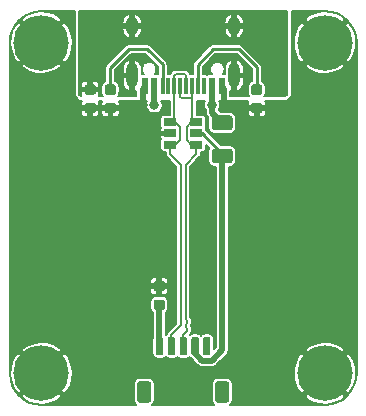
<source format=gbr>
G04 #@! TF.GenerationSoftware,KiCad,Pcbnew,(5.1.5)-3*
G04 #@! TF.CreationDate,2020-04-27T21:47:52+02:00*
G04 #@! TF.ProjectId,unified-usb-pcb_simple,756e6966-6965-4642-9d75-73622d706362,rev?*
G04 #@! TF.SameCoordinates,Original*
G04 #@! TF.FileFunction,Copper,L1,Top*
G04 #@! TF.FilePolarity,Positive*
%FSLAX46Y46*%
G04 Gerber Fmt 4.6, Leading zero omitted, Abs format (unit mm)*
G04 Created by KiCad (PCBNEW (5.1.5)-3) date 2020-04-27 21:47:52*
%MOMM*%
%LPD*%
G04 APERTURE LIST*
%ADD10R,0.600000X1.450000*%
%ADD11R,0.300000X1.450000*%
%ADD12O,1.000000X2.100000*%
%ADD13O,1.000000X1.600000*%
%ADD14C,0.100000*%
%ADD15C,4.700000*%
%ADD16R,1.060000X0.650000*%
%ADD17C,0.800000*%
%ADD18C,0.254000*%
%ADD19C,0.508000*%
%ADD20C,0.190500*%
G04 APERTURE END LIST*
D10*
X27509400Y-25983000D03*
X28309400Y-25983000D03*
X33209400Y-25983000D03*
X34009400Y-25983000D03*
X34009400Y-25983000D03*
X33209400Y-25983000D03*
X28309400Y-25983000D03*
X27509400Y-25983000D03*
D11*
X32509400Y-25983000D03*
X32009400Y-25983000D03*
X31509400Y-25983000D03*
X30509400Y-25983000D03*
X30009400Y-25983000D03*
X29509400Y-25983000D03*
X29009400Y-25983000D03*
X31009400Y-25983000D03*
D12*
X26439400Y-25068000D03*
X35079400Y-25068000D03*
D13*
X35079400Y-20888000D03*
X26439400Y-20888000D03*
G04 #@! TA.AperFunction,SMDPad,CuDef*
D14*
G36*
X29005091Y-42464053D02*
G01*
X29026326Y-42467203D01*
X29047150Y-42472419D01*
X29067362Y-42479651D01*
X29086768Y-42488830D01*
X29105181Y-42499866D01*
X29122424Y-42512654D01*
X29138330Y-42527070D01*
X29152746Y-42542976D01*
X29165534Y-42560219D01*
X29176570Y-42578632D01*
X29185749Y-42598038D01*
X29192981Y-42618250D01*
X29198197Y-42639074D01*
X29201347Y-42660309D01*
X29202400Y-42681750D01*
X29202400Y-43119250D01*
X29201347Y-43140691D01*
X29198197Y-43161926D01*
X29192981Y-43182750D01*
X29185749Y-43202962D01*
X29176570Y-43222368D01*
X29165534Y-43240781D01*
X29152746Y-43258024D01*
X29138330Y-43273930D01*
X29122424Y-43288346D01*
X29105181Y-43301134D01*
X29086768Y-43312170D01*
X29067362Y-43321349D01*
X29047150Y-43328581D01*
X29026326Y-43333797D01*
X29005091Y-43336947D01*
X28983650Y-43338000D01*
X28471150Y-43338000D01*
X28449709Y-43336947D01*
X28428474Y-43333797D01*
X28407650Y-43328581D01*
X28387438Y-43321349D01*
X28368032Y-43312170D01*
X28349619Y-43301134D01*
X28332376Y-43288346D01*
X28316470Y-43273930D01*
X28302054Y-43258024D01*
X28289266Y-43240781D01*
X28278230Y-43222368D01*
X28269051Y-43202962D01*
X28261819Y-43182750D01*
X28256603Y-43161926D01*
X28253453Y-43140691D01*
X28252400Y-43119250D01*
X28252400Y-42681750D01*
X28253453Y-42660309D01*
X28256603Y-42639074D01*
X28261819Y-42618250D01*
X28269051Y-42598038D01*
X28278230Y-42578632D01*
X28289266Y-42560219D01*
X28302054Y-42542976D01*
X28316470Y-42527070D01*
X28332376Y-42512654D01*
X28349619Y-42499866D01*
X28368032Y-42488830D01*
X28387438Y-42479651D01*
X28407650Y-42472419D01*
X28428474Y-42467203D01*
X28449709Y-42464053D01*
X28471150Y-42463000D01*
X28983650Y-42463000D01*
X29005091Y-42464053D01*
G37*
G04 #@! TD.AperFunction*
G04 #@! TA.AperFunction,SMDPad,CuDef*
G36*
X29005091Y-44039053D02*
G01*
X29026326Y-44042203D01*
X29047150Y-44047419D01*
X29067362Y-44054651D01*
X29086768Y-44063830D01*
X29105181Y-44074866D01*
X29122424Y-44087654D01*
X29138330Y-44102070D01*
X29152746Y-44117976D01*
X29165534Y-44135219D01*
X29176570Y-44153632D01*
X29185749Y-44173038D01*
X29192981Y-44193250D01*
X29198197Y-44214074D01*
X29201347Y-44235309D01*
X29202400Y-44256750D01*
X29202400Y-44694250D01*
X29201347Y-44715691D01*
X29198197Y-44736926D01*
X29192981Y-44757750D01*
X29185749Y-44777962D01*
X29176570Y-44797368D01*
X29165534Y-44815781D01*
X29152746Y-44833024D01*
X29138330Y-44848930D01*
X29122424Y-44863346D01*
X29105181Y-44876134D01*
X29086768Y-44887170D01*
X29067362Y-44896349D01*
X29047150Y-44903581D01*
X29026326Y-44908797D01*
X29005091Y-44911947D01*
X28983650Y-44913000D01*
X28471150Y-44913000D01*
X28449709Y-44911947D01*
X28428474Y-44908797D01*
X28407650Y-44903581D01*
X28387438Y-44896349D01*
X28368032Y-44887170D01*
X28349619Y-44876134D01*
X28332376Y-44863346D01*
X28316470Y-44848930D01*
X28302054Y-44833024D01*
X28289266Y-44815781D01*
X28278230Y-44797368D01*
X28269051Y-44777962D01*
X28261819Y-44757750D01*
X28256603Y-44736926D01*
X28253453Y-44715691D01*
X28252400Y-44694250D01*
X28252400Y-44256750D01*
X28253453Y-44235309D01*
X28256603Y-44214074D01*
X28261819Y-44193250D01*
X28269051Y-44173038D01*
X28278230Y-44153632D01*
X28289266Y-44135219D01*
X28302054Y-44117976D01*
X28316470Y-44102070D01*
X28332376Y-44087654D01*
X28349619Y-44074866D01*
X28368032Y-44063830D01*
X28387438Y-44054651D01*
X28407650Y-44047419D01*
X28428474Y-44042203D01*
X28449709Y-44039053D01*
X28471150Y-44038000D01*
X28983650Y-44038000D01*
X29005091Y-44039053D01*
G37*
G04 #@! TD.AperFunction*
D15*
X42759400Y-50288000D03*
X18759400Y-50288000D03*
X42759400Y-22288000D03*
X18759400Y-22288000D03*
G04 #@! TA.AperFunction,SMDPad,CuDef*
D14*
G36*
X34433905Y-50964204D02*
G01*
X34458173Y-50967804D01*
X34481972Y-50973765D01*
X34505071Y-50982030D01*
X34527250Y-50992520D01*
X34548293Y-51005132D01*
X34567999Y-51019747D01*
X34586177Y-51036223D01*
X34602653Y-51054401D01*
X34617268Y-51074107D01*
X34629880Y-51095150D01*
X34640370Y-51117329D01*
X34648635Y-51140428D01*
X34654596Y-51164227D01*
X34658196Y-51188495D01*
X34659400Y-51212999D01*
X34659400Y-52513001D01*
X34658196Y-52537505D01*
X34654596Y-52561773D01*
X34648635Y-52585572D01*
X34640370Y-52608671D01*
X34629880Y-52630850D01*
X34617268Y-52651893D01*
X34602653Y-52671599D01*
X34586177Y-52689777D01*
X34567999Y-52706253D01*
X34548293Y-52720868D01*
X34527250Y-52733480D01*
X34505071Y-52743970D01*
X34481972Y-52752235D01*
X34458173Y-52758196D01*
X34433905Y-52761796D01*
X34409401Y-52763000D01*
X33709399Y-52763000D01*
X33684895Y-52761796D01*
X33660627Y-52758196D01*
X33636828Y-52752235D01*
X33613729Y-52743970D01*
X33591550Y-52733480D01*
X33570507Y-52720868D01*
X33550801Y-52706253D01*
X33532623Y-52689777D01*
X33516147Y-52671599D01*
X33501532Y-52651893D01*
X33488920Y-52630850D01*
X33478430Y-52608671D01*
X33470165Y-52585572D01*
X33464204Y-52561773D01*
X33460604Y-52537505D01*
X33459400Y-52513001D01*
X33459400Y-51212999D01*
X33460604Y-51188495D01*
X33464204Y-51164227D01*
X33470165Y-51140428D01*
X33478430Y-51117329D01*
X33488920Y-51095150D01*
X33501532Y-51074107D01*
X33516147Y-51054401D01*
X33532623Y-51036223D01*
X33550801Y-51019747D01*
X33570507Y-51005132D01*
X33591550Y-50992520D01*
X33613729Y-50982030D01*
X33636828Y-50973765D01*
X33660627Y-50967804D01*
X33684895Y-50964204D01*
X33709399Y-50963000D01*
X34409401Y-50963000D01*
X34433905Y-50964204D01*
G37*
G04 #@! TD.AperFunction*
G04 #@! TA.AperFunction,SMDPad,CuDef*
G36*
X27833905Y-50964204D02*
G01*
X27858173Y-50967804D01*
X27881972Y-50973765D01*
X27905071Y-50982030D01*
X27927250Y-50992520D01*
X27948293Y-51005132D01*
X27967999Y-51019747D01*
X27986177Y-51036223D01*
X28002653Y-51054401D01*
X28017268Y-51074107D01*
X28029880Y-51095150D01*
X28040370Y-51117329D01*
X28048635Y-51140428D01*
X28054596Y-51164227D01*
X28058196Y-51188495D01*
X28059400Y-51212999D01*
X28059400Y-52513001D01*
X28058196Y-52537505D01*
X28054596Y-52561773D01*
X28048635Y-52585572D01*
X28040370Y-52608671D01*
X28029880Y-52630850D01*
X28017268Y-52651893D01*
X28002653Y-52671599D01*
X27986177Y-52689777D01*
X27967999Y-52706253D01*
X27948293Y-52720868D01*
X27927250Y-52733480D01*
X27905071Y-52743970D01*
X27881972Y-52752235D01*
X27858173Y-52758196D01*
X27833905Y-52761796D01*
X27809401Y-52763000D01*
X27109399Y-52763000D01*
X27084895Y-52761796D01*
X27060627Y-52758196D01*
X27036828Y-52752235D01*
X27013729Y-52743970D01*
X26991550Y-52733480D01*
X26970507Y-52720868D01*
X26950801Y-52706253D01*
X26932623Y-52689777D01*
X26916147Y-52671599D01*
X26901532Y-52651893D01*
X26888920Y-52630850D01*
X26878430Y-52608671D01*
X26870165Y-52585572D01*
X26864204Y-52561773D01*
X26860604Y-52537505D01*
X26859400Y-52513001D01*
X26859400Y-51212999D01*
X26860604Y-51188495D01*
X26864204Y-51164227D01*
X26870165Y-51140428D01*
X26878430Y-51117329D01*
X26888920Y-51095150D01*
X26901532Y-51074107D01*
X26916147Y-51054401D01*
X26932623Y-51036223D01*
X26950801Y-51019747D01*
X26970507Y-51005132D01*
X26991550Y-50992520D01*
X27013729Y-50982030D01*
X27036828Y-50973765D01*
X27060627Y-50967804D01*
X27084895Y-50964204D01*
X27109399Y-50963000D01*
X27809401Y-50963000D01*
X27833905Y-50964204D01*
G37*
G04 #@! TD.AperFunction*
G04 #@! TA.AperFunction,SMDPad,CuDef*
G36*
X32924103Y-47213722D02*
G01*
X32938664Y-47215882D01*
X32952943Y-47219459D01*
X32966803Y-47224418D01*
X32980110Y-47230712D01*
X32992736Y-47238280D01*
X33004559Y-47247048D01*
X33015466Y-47256934D01*
X33025352Y-47267841D01*
X33034120Y-47279664D01*
X33041688Y-47292290D01*
X33047982Y-47305597D01*
X33052941Y-47319457D01*
X33056518Y-47333736D01*
X33058678Y-47348297D01*
X33059400Y-47363000D01*
X33059400Y-48613000D01*
X33058678Y-48627703D01*
X33056518Y-48642264D01*
X33052941Y-48656543D01*
X33047982Y-48670403D01*
X33041688Y-48683710D01*
X33034120Y-48696336D01*
X33025352Y-48708159D01*
X33015466Y-48719066D01*
X33004559Y-48728952D01*
X32992736Y-48737720D01*
X32980110Y-48745288D01*
X32966803Y-48751582D01*
X32952943Y-48756541D01*
X32938664Y-48760118D01*
X32924103Y-48762278D01*
X32909400Y-48763000D01*
X32609400Y-48763000D01*
X32594697Y-48762278D01*
X32580136Y-48760118D01*
X32565857Y-48756541D01*
X32551997Y-48751582D01*
X32538690Y-48745288D01*
X32526064Y-48737720D01*
X32514241Y-48728952D01*
X32503334Y-48719066D01*
X32493448Y-48708159D01*
X32484680Y-48696336D01*
X32477112Y-48683710D01*
X32470818Y-48670403D01*
X32465859Y-48656543D01*
X32462282Y-48642264D01*
X32460122Y-48627703D01*
X32459400Y-48613000D01*
X32459400Y-47363000D01*
X32460122Y-47348297D01*
X32462282Y-47333736D01*
X32465859Y-47319457D01*
X32470818Y-47305597D01*
X32477112Y-47292290D01*
X32484680Y-47279664D01*
X32493448Y-47267841D01*
X32503334Y-47256934D01*
X32514241Y-47247048D01*
X32526064Y-47238280D01*
X32538690Y-47230712D01*
X32551997Y-47224418D01*
X32565857Y-47219459D01*
X32580136Y-47215882D01*
X32594697Y-47213722D01*
X32609400Y-47213000D01*
X32909400Y-47213000D01*
X32924103Y-47213722D01*
G37*
G04 #@! TD.AperFunction*
G04 #@! TA.AperFunction,SMDPad,CuDef*
G36*
X31924103Y-47213722D02*
G01*
X31938664Y-47215882D01*
X31952943Y-47219459D01*
X31966803Y-47224418D01*
X31980110Y-47230712D01*
X31992736Y-47238280D01*
X32004559Y-47247048D01*
X32015466Y-47256934D01*
X32025352Y-47267841D01*
X32034120Y-47279664D01*
X32041688Y-47292290D01*
X32047982Y-47305597D01*
X32052941Y-47319457D01*
X32056518Y-47333736D01*
X32058678Y-47348297D01*
X32059400Y-47363000D01*
X32059400Y-48613000D01*
X32058678Y-48627703D01*
X32056518Y-48642264D01*
X32052941Y-48656543D01*
X32047982Y-48670403D01*
X32041688Y-48683710D01*
X32034120Y-48696336D01*
X32025352Y-48708159D01*
X32015466Y-48719066D01*
X32004559Y-48728952D01*
X31992736Y-48737720D01*
X31980110Y-48745288D01*
X31966803Y-48751582D01*
X31952943Y-48756541D01*
X31938664Y-48760118D01*
X31924103Y-48762278D01*
X31909400Y-48763000D01*
X31609400Y-48763000D01*
X31594697Y-48762278D01*
X31580136Y-48760118D01*
X31565857Y-48756541D01*
X31551997Y-48751582D01*
X31538690Y-48745288D01*
X31526064Y-48737720D01*
X31514241Y-48728952D01*
X31503334Y-48719066D01*
X31493448Y-48708159D01*
X31484680Y-48696336D01*
X31477112Y-48683710D01*
X31470818Y-48670403D01*
X31465859Y-48656543D01*
X31462282Y-48642264D01*
X31460122Y-48627703D01*
X31459400Y-48613000D01*
X31459400Y-47363000D01*
X31460122Y-47348297D01*
X31462282Y-47333736D01*
X31465859Y-47319457D01*
X31470818Y-47305597D01*
X31477112Y-47292290D01*
X31484680Y-47279664D01*
X31493448Y-47267841D01*
X31503334Y-47256934D01*
X31514241Y-47247048D01*
X31526064Y-47238280D01*
X31538690Y-47230712D01*
X31551997Y-47224418D01*
X31565857Y-47219459D01*
X31580136Y-47215882D01*
X31594697Y-47213722D01*
X31609400Y-47213000D01*
X31909400Y-47213000D01*
X31924103Y-47213722D01*
G37*
G04 #@! TD.AperFunction*
G04 #@! TA.AperFunction,SMDPad,CuDef*
G36*
X30924103Y-47213722D02*
G01*
X30938664Y-47215882D01*
X30952943Y-47219459D01*
X30966803Y-47224418D01*
X30980110Y-47230712D01*
X30992736Y-47238280D01*
X31004559Y-47247048D01*
X31015466Y-47256934D01*
X31025352Y-47267841D01*
X31034120Y-47279664D01*
X31041688Y-47292290D01*
X31047982Y-47305597D01*
X31052941Y-47319457D01*
X31056518Y-47333736D01*
X31058678Y-47348297D01*
X31059400Y-47363000D01*
X31059400Y-48613000D01*
X31058678Y-48627703D01*
X31056518Y-48642264D01*
X31052941Y-48656543D01*
X31047982Y-48670403D01*
X31041688Y-48683710D01*
X31034120Y-48696336D01*
X31025352Y-48708159D01*
X31015466Y-48719066D01*
X31004559Y-48728952D01*
X30992736Y-48737720D01*
X30980110Y-48745288D01*
X30966803Y-48751582D01*
X30952943Y-48756541D01*
X30938664Y-48760118D01*
X30924103Y-48762278D01*
X30909400Y-48763000D01*
X30609400Y-48763000D01*
X30594697Y-48762278D01*
X30580136Y-48760118D01*
X30565857Y-48756541D01*
X30551997Y-48751582D01*
X30538690Y-48745288D01*
X30526064Y-48737720D01*
X30514241Y-48728952D01*
X30503334Y-48719066D01*
X30493448Y-48708159D01*
X30484680Y-48696336D01*
X30477112Y-48683710D01*
X30470818Y-48670403D01*
X30465859Y-48656543D01*
X30462282Y-48642264D01*
X30460122Y-48627703D01*
X30459400Y-48613000D01*
X30459400Y-47363000D01*
X30460122Y-47348297D01*
X30462282Y-47333736D01*
X30465859Y-47319457D01*
X30470818Y-47305597D01*
X30477112Y-47292290D01*
X30484680Y-47279664D01*
X30493448Y-47267841D01*
X30503334Y-47256934D01*
X30514241Y-47247048D01*
X30526064Y-47238280D01*
X30538690Y-47230712D01*
X30551997Y-47224418D01*
X30565857Y-47219459D01*
X30580136Y-47215882D01*
X30594697Y-47213722D01*
X30609400Y-47213000D01*
X30909400Y-47213000D01*
X30924103Y-47213722D01*
G37*
G04 #@! TD.AperFunction*
G04 #@! TA.AperFunction,SMDPad,CuDef*
G36*
X29924103Y-47213722D02*
G01*
X29938664Y-47215882D01*
X29952943Y-47219459D01*
X29966803Y-47224418D01*
X29980110Y-47230712D01*
X29992736Y-47238280D01*
X30004559Y-47247048D01*
X30015466Y-47256934D01*
X30025352Y-47267841D01*
X30034120Y-47279664D01*
X30041688Y-47292290D01*
X30047982Y-47305597D01*
X30052941Y-47319457D01*
X30056518Y-47333736D01*
X30058678Y-47348297D01*
X30059400Y-47363000D01*
X30059400Y-48613000D01*
X30058678Y-48627703D01*
X30056518Y-48642264D01*
X30052941Y-48656543D01*
X30047982Y-48670403D01*
X30041688Y-48683710D01*
X30034120Y-48696336D01*
X30025352Y-48708159D01*
X30015466Y-48719066D01*
X30004559Y-48728952D01*
X29992736Y-48737720D01*
X29980110Y-48745288D01*
X29966803Y-48751582D01*
X29952943Y-48756541D01*
X29938664Y-48760118D01*
X29924103Y-48762278D01*
X29909400Y-48763000D01*
X29609400Y-48763000D01*
X29594697Y-48762278D01*
X29580136Y-48760118D01*
X29565857Y-48756541D01*
X29551997Y-48751582D01*
X29538690Y-48745288D01*
X29526064Y-48737720D01*
X29514241Y-48728952D01*
X29503334Y-48719066D01*
X29493448Y-48708159D01*
X29484680Y-48696336D01*
X29477112Y-48683710D01*
X29470818Y-48670403D01*
X29465859Y-48656543D01*
X29462282Y-48642264D01*
X29460122Y-48627703D01*
X29459400Y-48613000D01*
X29459400Y-47363000D01*
X29460122Y-47348297D01*
X29462282Y-47333736D01*
X29465859Y-47319457D01*
X29470818Y-47305597D01*
X29477112Y-47292290D01*
X29484680Y-47279664D01*
X29493448Y-47267841D01*
X29503334Y-47256934D01*
X29514241Y-47247048D01*
X29526064Y-47238280D01*
X29538690Y-47230712D01*
X29551997Y-47224418D01*
X29565857Y-47219459D01*
X29580136Y-47215882D01*
X29594697Y-47213722D01*
X29609400Y-47213000D01*
X29909400Y-47213000D01*
X29924103Y-47213722D01*
G37*
G04 #@! TD.AperFunction*
G04 #@! TA.AperFunction,SMDPad,CuDef*
G36*
X28924103Y-47213722D02*
G01*
X28938664Y-47215882D01*
X28952943Y-47219459D01*
X28966803Y-47224418D01*
X28980110Y-47230712D01*
X28992736Y-47238280D01*
X29004559Y-47247048D01*
X29015466Y-47256934D01*
X29025352Y-47267841D01*
X29034120Y-47279664D01*
X29041688Y-47292290D01*
X29047982Y-47305597D01*
X29052941Y-47319457D01*
X29056518Y-47333736D01*
X29058678Y-47348297D01*
X29059400Y-47363000D01*
X29059400Y-48613000D01*
X29058678Y-48627703D01*
X29056518Y-48642264D01*
X29052941Y-48656543D01*
X29047982Y-48670403D01*
X29041688Y-48683710D01*
X29034120Y-48696336D01*
X29025352Y-48708159D01*
X29015466Y-48719066D01*
X29004559Y-48728952D01*
X28992736Y-48737720D01*
X28980110Y-48745288D01*
X28966803Y-48751582D01*
X28952943Y-48756541D01*
X28938664Y-48760118D01*
X28924103Y-48762278D01*
X28909400Y-48763000D01*
X28609400Y-48763000D01*
X28594697Y-48762278D01*
X28580136Y-48760118D01*
X28565857Y-48756541D01*
X28551997Y-48751582D01*
X28538690Y-48745288D01*
X28526064Y-48737720D01*
X28514241Y-48728952D01*
X28503334Y-48719066D01*
X28493448Y-48708159D01*
X28484680Y-48696336D01*
X28477112Y-48683710D01*
X28470818Y-48670403D01*
X28465859Y-48656543D01*
X28462282Y-48642264D01*
X28460122Y-48627703D01*
X28459400Y-48613000D01*
X28459400Y-47363000D01*
X28460122Y-47348297D01*
X28462282Y-47333736D01*
X28465859Y-47319457D01*
X28470818Y-47305597D01*
X28477112Y-47292290D01*
X28484680Y-47279664D01*
X28493448Y-47267841D01*
X28503334Y-47256934D01*
X28514241Y-47247048D01*
X28526064Y-47238280D01*
X28538690Y-47230712D01*
X28551997Y-47224418D01*
X28565857Y-47219459D01*
X28580136Y-47215882D01*
X28594697Y-47213722D01*
X28609400Y-47213000D01*
X28909400Y-47213000D01*
X28924103Y-47213722D01*
G37*
G04 #@! TD.AperFunction*
G04 #@! TA.AperFunction,SMDPad,CuDef*
G36*
X37260091Y-25827053D02*
G01*
X37281326Y-25830203D01*
X37302150Y-25835419D01*
X37322362Y-25842651D01*
X37341768Y-25851830D01*
X37360181Y-25862866D01*
X37377424Y-25875654D01*
X37393330Y-25890070D01*
X37407746Y-25905976D01*
X37420534Y-25923219D01*
X37431570Y-25941632D01*
X37440749Y-25961038D01*
X37447981Y-25981250D01*
X37453197Y-26002074D01*
X37456347Y-26023309D01*
X37457400Y-26044750D01*
X37457400Y-26482250D01*
X37456347Y-26503691D01*
X37453197Y-26524926D01*
X37447981Y-26545750D01*
X37440749Y-26565962D01*
X37431570Y-26585368D01*
X37420534Y-26603781D01*
X37407746Y-26621024D01*
X37393330Y-26636930D01*
X37377424Y-26651346D01*
X37360181Y-26664134D01*
X37341768Y-26675170D01*
X37322362Y-26684349D01*
X37302150Y-26691581D01*
X37281326Y-26696797D01*
X37260091Y-26699947D01*
X37238650Y-26701000D01*
X36726150Y-26701000D01*
X36704709Y-26699947D01*
X36683474Y-26696797D01*
X36662650Y-26691581D01*
X36642438Y-26684349D01*
X36623032Y-26675170D01*
X36604619Y-26664134D01*
X36587376Y-26651346D01*
X36571470Y-26636930D01*
X36557054Y-26621024D01*
X36544266Y-26603781D01*
X36533230Y-26585368D01*
X36524051Y-26565962D01*
X36516819Y-26545750D01*
X36511603Y-26524926D01*
X36508453Y-26503691D01*
X36507400Y-26482250D01*
X36507400Y-26044750D01*
X36508453Y-26023309D01*
X36511603Y-26002074D01*
X36516819Y-25981250D01*
X36524051Y-25961038D01*
X36533230Y-25941632D01*
X36544266Y-25923219D01*
X36557054Y-25905976D01*
X36571470Y-25890070D01*
X36587376Y-25875654D01*
X36604619Y-25862866D01*
X36623032Y-25851830D01*
X36642438Y-25842651D01*
X36662650Y-25835419D01*
X36683474Y-25830203D01*
X36704709Y-25827053D01*
X36726150Y-25826000D01*
X37238650Y-25826000D01*
X37260091Y-25827053D01*
G37*
G04 #@! TD.AperFunction*
G04 #@! TA.AperFunction,SMDPad,CuDef*
G36*
X37260091Y-27402053D02*
G01*
X37281326Y-27405203D01*
X37302150Y-27410419D01*
X37322362Y-27417651D01*
X37341768Y-27426830D01*
X37360181Y-27437866D01*
X37377424Y-27450654D01*
X37393330Y-27465070D01*
X37407746Y-27480976D01*
X37420534Y-27498219D01*
X37431570Y-27516632D01*
X37440749Y-27536038D01*
X37447981Y-27556250D01*
X37453197Y-27577074D01*
X37456347Y-27598309D01*
X37457400Y-27619750D01*
X37457400Y-28057250D01*
X37456347Y-28078691D01*
X37453197Y-28099926D01*
X37447981Y-28120750D01*
X37440749Y-28140962D01*
X37431570Y-28160368D01*
X37420534Y-28178781D01*
X37407746Y-28196024D01*
X37393330Y-28211930D01*
X37377424Y-28226346D01*
X37360181Y-28239134D01*
X37341768Y-28250170D01*
X37322362Y-28259349D01*
X37302150Y-28266581D01*
X37281326Y-28271797D01*
X37260091Y-28274947D01*
X37238650Y-28276000D01*
X36726150Y-28276000D01*
X36704709Y-28274947D01*
X36683474Y-28271797D01*
X36662650Y-28266581D01*
X36642438Y-28259349D01*
X36623032Y-28250170D01*
X36604619Y-28239134D01*
X36587376Y-28226346D01*
X36571470Y-28211930D01*
X36557054Y-28196024D01*
X36544266Y-28178781D01*
X36533230Y-28160368D01*
X36524051Y-28140962D01*
X36516819Y-28120750D01*
X36511603Y-28099926D01*
X36508453Y-28078691D01*
X36507400Y-28057250D01*
X36507400Y-27619750D01*
X36508453Y-27598309D01*
X36511603Y-27577074D01*
X36516819Y-27556250D01*
X36524051Y-27536038D01*
X36533230Y-27516632D01*
X36544266Y-27498219D01*
X36557054Y-27480976D01*
X36571470Y-27465070D01*
X36587376Y-27450654D01*
X36604619Y-27437866D01*
X36623032Y-27426830D01*
X36642438Y-27417651D01*
X36662650Y-27410419D01*
X36683474Y-27405203D01*
X36704709Y-27402053D01*
X36726150Y-27401000D01*
X37238650Y-27401000D01*
X37260091Y-27402053D01*
G37*
G04 #@! TD.AperFunction*
G04 #@! TA.AperFunction,SMDPad,CuDef*
G36*
X24877591Y-25827053D02*
G01*
X24898826Y-25830203D01*
X24919650Y-25835419D01*
X24939862Y-25842651D01*
X24959268Y-25851830D01*
X24977681Y-25862866D01*
X24994924Y-25875654D01*
X25010830Y-25890070D01*
X25025246Y-25905976D01*
X25038034Y-25923219D01*
X25049070Y-25941632D01*
X25058249Y-25961038D01*
X25065481Y-25981250D01*
X25070697Y-26002074D01*
X25073847Y-26023309D01*
X25074900Y-26044750D01*
X25074900Y-26482250D01*
X25073847Y-26503691D01*
X25070697Y-26524926D01*
X25065481Y-26545750D01*
X25058249Y-26565962D01*
X25049070Y-26585368D01*
X25038034Y-26603781D01*
X25025246Y-26621024D01*
X25010830Y-26636930D01*
X24994924Y-26651346D01*
X24977681Y-26664134D01*
X24959268Y-26675170D01*
X24939862Y-26684349D01*
X24919650Y-26691581D01*
X24898826Y-26696797D01*
X24877591Y-26699947D01*
X24856150Y-26701000D01*
X24343650Y-26701000D01*
X24322209Y-26699947D01*
X24300974Y-26696797D01*
X24280150Y-26691581D01*
X24259938Y-26684349D01*
X24240532Y-26675170D01*
X24222119Y-26664134D01*
X24204876Y-26651346D01*
X24188970Y-26636930D01*
X24174554Y-26621024D01*
X24161766Y-26603781D01*
X24150730Y-26585368D01*
X24141551Y-26565962D01*
X24134319Y-26545750D01*
X24129103Y-26524926D01*
X24125953Y-26503691D01*
X24124900Y-26482250D01*
X24124900Y-26044750D01*
X24125953Y-26023309D01*
X24129103Y-26002074D01*
X24134319Y-25981250D01*
X24141551Y-25961038D01*
X24150730Y-25941632D01*
X24161766Y-25923219D01*
X24174554Y-25905976D01*
X24188970Y-25890070D01*
X24204876Y-25875654D01*
X24222119Y-25862866D01*
X24240532Y-25851830D01*
X24259938Y-25842651D01*
X24280150Y-25835419D01*
X24300974Y-25830203D01*
X24322209Y-25827053D01*
X24343650Y-25826000D01*
X24856150Y-25826000D01*
X24877591Y-25827053D01*
G37*
G04 #@! TD.AperFunction*
G04 #@! TA.AperFunction,SMDPad,CuDef*
G36*
X24877591Y-27402053D02*
G01*
X24898826Y-27405203D01*
X24919650Y-27410419D01*
X24939862Y-27417651D01*
X24959268Y-27426830D01*
X24977681Y-27437866D01*
X24994924Y-27450654D01*
X25010830Y-27465070D01*
X25025246Y-27480976D01*
X25038034Y-27498219D01*
X25049070Y-27516632D01*
X25058249Y-27536038D01*
X25065481Y-27556250D01*
X25070697Y-27577074D01*
X25073847Y-27598309D01*
X25074900Y-27619750D01*
X25074900Y-28057250D01*
X25073847Y-28078691D01*
X25070697Y-28099926D01*
X25065481Y-28120750D01*
X25058249Y-28140962D01*
X25049070Y-28160368D01*
X25038034Y-28178781D01*
X25025246Y-28196024D01*
X25010830Y-28211930D01*
X24994924Y-28226346D01*
X24977681Y-28239134D01*
X24959268Y-28250170D01*
X24939862Y-28259349D01*
X24919650Y-28266581D01*
X24898826Y-28271797D01*
X24877591Y-28274947D01*
X24856150Y-28276000D01*
X24343650Y-28276000D01*
X24322209Y-28274947D01*
X24300974Y-28271797D01*
X24280150Y-28266581D01*
X24259938Y-28259349D01*
X24240532Y-28250170D01*
X24222119Y-28239134D01*
X24204876Y-28226346D01*
X24188970Y-28211930D01*
X24174554Y-28196024D01*
X24161766Y-28178781D01*
X24150730Y-28160368D01*
X24141551Y-28140962D01*
X24134319Y-28120750D01*
X24129103Y-28099926D01*
X24125953Y-28078691D01*
X24124900Y-28057250D01*
X24124900Y-27619750D01*
X24125953Y-27598309D01*
X24129103Y-27577074D01*
X24134319Y-27556250D01*
X24141551Y-27536038D01*
X24150730Y-27516632D01*
X24161766Y-27498219D01*
X24174554Y-27480976D01*
X24188970Y-27465070D01*
X24204876Y-27450654D01*
X24222119Y-27437866D01*
X24240532Y-27426830D01*
X24259938Y-27417651D01*
X24280150Y-27410419D01*
X24300974Y-27405203D01*
X24322209Y-27402053D01*
X24343650Y-27401000D01*
X24856150Y-27401000D01*
X24877591Y-27402053D01*
G37*
G04 #@! TD.AperFunction*
D16*
X31859400Y-29972000D03*
X31859400Y-29022000D03*
X31859400Y-30922000D03*
X29659400Y-30922000D03*
X29659400Y-29972000D03*
X29659400Y-29022000D03*
G04 #@! TA.AperFunction,SMDPad,CuDef*
D14*
G36*
X23163091Y-25827053D02*
G01*
X23184326Y-25830203D01*
X23205150Y-25835419D01*
X23225362Y-25842651D01*
X23244768Y-25851830D01*
X23263181Y-25862866D01*
X23280424Y-25875654D01*
X23296330Y-25890070D01*
X23310746Y-25905976D01*
X23323534Y-25923219D01*
X23334570Y-25941632D01*
X23343749Y-25961038D01*
X23350981Y-25981250D01*
X23356197Y-26002074D01*
X23359347Y-26023309D01*
X23360400Y-26044750D01*
X23360400Y-26482250D01*
X23359347Y-26503691D01*
X23356197Y-26524926D01*
X23350981Y-26545750D01*
X23343749Y-26565962D01*
X23334570Y-26585368D01*
X23323534Y-26603781D01*
X23310746Y-26621024D01*
X23296330Y-26636930D01*
X23280424Y-26651346D01*
X23263181Y-26664134D01*
X23244768Y-26675170D01*
X23225362Y-26684349D01*
X23205150Y-26691581D01*
X23184326Y-26696797D01*
X23163091Y-26699947D01*
X23141650Y-26701000D01*
X22629150Y-26701000D01*
X22607709Y-26699947D01*
X22586474Y-26696797D01*
X22565650Y-26691581D01*
X22545438Y-26684349D01*
X22526032Y-26675170D01*
X22507619Y-26664134D01*
X22490376Y-26651346D01*
X22474470Y-26636930D01*
X22460054Y-26621024D01*
X22447266Y-26603781D01*
X22436230Y-26585368D01*
X22427051Y-26565962D01*
X22419819Y-26545750D01*
X22414603Y-26524926D01*
X22411453Y-26503691D01*
X22410400Y-26482250D01*
X22410400Y-26044750D01*
X22411453Y-26023309D01*
X22414603Y-26002074D01*
X22419819Y-25981250D01*
X22427051Y-25961038D01*
X22436230Y-25941632D01*
X22447266Y-25923219D01*
X22460054Y-25905976D01*
X22474470Y-25890070D01*
X22490376Y-25875654D01*
X22507619Y-25862866D01*
X22526032Y-25851830D01*
X22545438Y-25842651D01*
X22565650Y-25835419D01*
X22586474Y-25830203D01*
X22607709Y-25827053D01*
X22629150Y-25826000D01*
X23141650Y-25826000D01*
X23163091Y-25827053D01*
G37*
G04 #@! TD.AperFunction*
G04 #@! TA.AperFunction,SMDPad,CuDef*
G36*
X23163091Y-27402053D02*
G01*
X23184326Y-27405203D01*
X23205150Y-27410419D01*
X23225362Y-27417651D01*
X23244768Y-27426830D01*
X23263181Y-27437866D01*
X23280424Y-27450654D01*
X23296330Y-27465070D01*
X23310746Y-27480976D01*
X23323534Y-27498219D01*
X23334570Y-27516632D01*
X23343749Y-27536038D01*
X23350981Y-27556250D01*
X23356197Y-27577074D01*
X23359347Y-27598309D01*
X23360400Y-27619750D01*
X23360400Y-28057250D01*
X23359347Y-28078691D01*
X23356197Y-28099926D01*
X23350981Y-28120750D01*
X23343749Y-28140962D01*
X23334570Y-28160368D01*
X23323534Y-28178781D01*
X23310746Y-28196024D01*
X23296330Y-28211930D01*
X23280424Y-28226346D01*
X23263181Y-28239134D01*
X23244768Y-28250170D01*
X23225362Y-28259349D01*
X23205150Y-28266581D01*
X23184326Y-28271797D01*
X23163091Y-28274947D01*
X23141650Y-28276000D01*
X22629150Y-28276000D01*
X22607709Y-28274947D01*
X22586474Y-28271797D01*
X22565650Y-28266581D01*
X22545438Y-28259349D01*
X22526032Y-28250170D01*
X22507619Y-28239134D01*
X22490376Y-28226346D01*
X22474470Y-28211930D01*
X22460054Y-28196024D01*
X22447266Y-28178781D01*
X22436230Y-28160368D01*
X22427051Y-28140962D01*
X22419819Y-28120750D01*
X22414603Y-28099926D01*
X22411453Y-28078691D01*
X22410400Y-28057250D01*
X22410400Y-27619750D01*
X22411453Y-27598309D01*
X22414603Y-27577074D01*
X22419819Y-27556250D01*
X22427051Y-27536038D01*
X22436230Y-27516632D01*
X22447266Y-27498219D01*
X22460054Y-27480976D01*
X22474470Y-27465070D01*
X22490376Y-27450654D01*
X22507619Y-27437866D01*
X22526032Y-27426830D01*
X22545438Y-27417651D01*
X22565650Y-27410419D01*
X22586474Y-27405203D01*
X22607709Y-27402053D01*
X22629150Y-27401000D01*
X23141650Y-27401000D01*
X23163091Y-27402053D01*
G37*
G04 #@! TD.AperFunction*
G04 #@! TA.AperFunction,SMDPad,CuDef*
G36*
X34710904Y-28456204D02*
G01*
X34735173Y-28459804D01*
X34758971Y-28465765D01*
X34782071Y-28474030D01*
X34804249Y-28484520D01*
X34825293Y-28497133D01*
X34844998Y-28511747D01*
X34863177Y-28528223D01*
X34879653Y-28546402D01*
X34894267Y-28566107D01*
X34906880Y-28587151D01*
X34917370Y-28609329D01*
X34925635Y-28632429D01*
X34931596Y-28656227D01*
X34935196Y-28680496D01*
X34936400Y-28705000D01*
X34936400Y-29455000D01*
X34935196Y-29479504D01*
X34931596Y-29503773D01*
X34925635Y-29527571D01*
X34917370Y-29550671D01*
X34906880Y-29572849D01*
X34894267Y-29593893D01*
X34879653Y-29613598D01*
X34863177Y-29631777D01*
X34844998Y-29648253D01*
X34825293Y-29662867D01*
X34804249Y-29675480D01*
X34782071Y-29685970D01*
X34758971Y-29694235D01*
X34735173Y-29700196D01*
X34710904Y-29703796D01*
X34686400Y-29705000D01*
X33436400Y-29705000D01*
X33411896Y-29703796D01*
X33387627Y-29700196D01*
X33363829Y-29694235D01*
X33340729Y-29685970D01*
X33318551Y-29675480D01*
X33297507Y-29662867D01*
X33277802Y-29648253D01*
X33259623Y-29631777D01*
X33243147Y-29613598D01*
X33228533Y-29593893D01*
X33215920Y-29572849D01*
X33205430Y-29550671D01*
X33197165Y-29527571D01*
X33191204Y-29503773D01*
X33187604Y-29479504D01*
X33186400Y-29455000D01*
X33186400Y-28705000D01*
X33187604Y-28680496D01*
X33191204Y-28656227D01*
X33197165Y-28632429D01*
X33205430Y-28609329D01*
X33215920Y-28587151D01*
X33228533Y-28566107D01*
X33243147Y-28546402D01*
X33259623Y-28528223D01*
X33277802Y-28511747D01*
X33297507Y-28497133D01*
X33318551Y-28484520D01*
X33340729Y-28474030D01*
X33363829Y-28465765D01*
X33387627Y-28459804D01*
X33411896Y-28456204D01*
X33436400Y-28455000D01*
X34686400Y-28455000D01*
X34710904Y-28456204D01*
G37*
G04 #@! TD.AperFunction*
G04 #@! TA.AperFunction,SMDPad,CuDef*
G36*
X34710904Y-31256204D02*
G01*
X34735173Y-31259804D01*
X34758971Y-31265765D01*
X34782071Y-31274030D01*
X34804249Y-31284520D01*
X34825293Y-31297133D01*
X34844998Y-31311747D01*
X34863177Y-31328223D01*
X34879653Y-31346402D01*
X34894267Y-31366107D01*
X34906880Y-31387151D01*
X34917370Y-31409329D01*
X34925635Y-31432429D01*
X34931596Y-31456227D01*
X34935196Y-31480496D01*
X34936400Y-31505000D01*
X34936400Y-32255000D01*
X34935196Y-32279504D01*
X34931596Y-32303773D01*
X34925635Y-32327571D01*
X34917370Y-32350671D01*
X34906880Y-32372849D01*
X34894267Y-32393893D01*
X34879653Y-32413598D01*
X34863177Y-32431777D01*
X34844998Y-32448253D01*
X34825293Y-32462867D01*
X34804249Y-32475480D01*
X34782071Y-32485970D01*
X34758971Y-32494235D01*
X34735173Y-32500196D01*
X34710904Y-32503796D01*
X34686400Y-32505000D01*
X33436400Y-32505000D01*
X33411896Y-32503796D01*
X33387627Y-32500196D01*
X33363829Y-32494235D01*
X33340729Y-32485970D01*
X33318551Y-32475480D01*
X33297507Y-32462867D01*
X33277802Y-32448253D01*
X33259623Y-32431777D01*
X33243147Y-32413598D01*
X33228533Y-32393893D01*
X33215920Y-32372849D01*
X33205430Y-32350671D01*
X33197165Y-32327571D01*
X33191204Y-32303773D01*
X33187604Y-32279504D01*
X33186400Y-32255000D01*
X33186400Y-31505000D01*
X33187604Y-31480496D01*
X33191204Y-31456227D01*
X33197165Y-31432429D01*
X33205430Y-31409329D01*
X33215920Y-31387151D01*
X33228533Y-31366107D01*
X33243147Y-31346402D01*
X33259623Y-31328223D01*
X33277802Y-31311747D01*
X33297507Y-31297133D01*
X33318551Y-31284520D01*
X33340729Y-31274030D01*
X33363829Y-31265765D01*
X33387627Y-31259804D01*
X33411896Y-31256204D01*
X33436400Y-31255000D01*
X34686400Y-31255000D01*
X34710904Y-31256204D01*
G37*
G04 #@! TD.AperFunction*
D17*
X27319332Y-27558673D03*
X34199111Y-27548412D03*
X32473900Y-34036000D03*
X33209400Y-27588000D03*
X28309400Y-27588000D03*
X30251400Y-23876000D03*
D18*
X27509400Y-27368605D02*
X27319332Y-27558673D01*
X34009400Y-27358701D02*
X34199111Y-27548412D01*
D19*
X34199111Y-26172711D02*
X34199111Y-27548412D01*
X34009400Y-25983000D02*
X34199111Y-26172711D01*
X27319332Y-26173068D02*
X27319332Y-27558673D01*
X27509400Y-25983000D02*
X27319332Y-26173068D01*
D18*
X34061400Y-31697498D02*
X34061400Y-31880000D01*
X32335902Y-29972000D02*
X34061400Y-31697498D01*
X31859400Y-29972000D02*
X32335902Y-29972000D01*
D19*
X32363144Y-49207510D02*
X31759400Y-48603766D01*
X31759400Y-48603766D02*
X31759400Y-47988000D01*
X33155656Y-49207510D02*
X32363144Y-49207510D01*
X34061400Y-48301766D02*
X33155656Y-49207510D01*
X34061400Y-31880000D02*
X34061400Y-48301766D01*
X33209400Y-27588000D02*
X33209400Y-25939800D01*
X28309400Y-25939800D02*
X28309400Y-27588000D01*
X33209400Y-28228000D02*
X34061400Y-29080000D01*
X33209400Y-27588000D02*
X33209400Y-28228000D01*
D20*
X31043649Y-30525601D02*
X31043649Y-29418399D01*
X31043649Y-29418399D02*
X31440048Y-29022000D01*
X31440048Y-30922000D02*
X31043649Y-30525601D01*
X31440048Y-29022000D02*
X31859400Y-29022000D01*
X31859400Y-30922000D02*
X31440048Y-30922000D01*
X31509400Y-26872352D02*
X31509400Y-25983000D01*
X30509400Y-26872352D02*
X30630799Y-26993751D01*
X31388001Y-26993751D02*
X31509400Y-26872352D01*
X30630799Y-26993751D02*
X31388001Y-26993751D01*
X30509400Y-25983000D02*
X30509400Y-26872352D01*
X31509400Y-28672000D02*
X31859400Y-29022000D01*
X31509400Y-25983000D02*
X31509400Y-28672000D01*
X31859400Y-31717001D02*
X31859400Y-30922000D01*
X30956250Y-32620151D02*
X31859400Y-31717001D01*
X31115000Y-45999400D02*
X31115000Y-45834300D01*
X30956250Y-46158150D02*
X31115000Y-45999400D01*
X31115000Y-45834300D02*
X30956250Y-45675550D01*
X30759400Y-47028100D02*
X31115000Y-46672500D01*
X30759400Y-47988000D02*
X30759400Y-47028100D01*
X31115000Y-46672500D02*
X31115000Y-46494700D01*
X31115000Y-46494700D02*
X30956250Y-46335950D01*
X30956250Y-45675550D02*
X30956250Y-32620151D01*
X30956250Y-46335950D02*
X30956250Y-46158150D01*
X30475151Y-29418399D02*
X30078752Y-29022000D01*
X30475151Y-30525601D02*
X30475151Y-29418399D01*
X30078752Y-29022000D02*
X29659400Y-29022000D01*
X30078752Y-30922000D02*
X30475151Y-30525601D01*
X29659400Y-30922000D02*
X30078752Y-30922000D01*
X31009400Y-25093648D02*
X31009400Y-25983000D01*
X30888001Y-24972249D02*
X31009400Y-25093648D01*
X30130799Y-24972249D02*
X30888001Y-24972249D01*
X30009400Y-25093648D02*
X30130799Y-24972249D01*
X30009400Y-25983000D02*
X30009400Y-25093648D01*
X30009400Y-28672000D02*
X30009400Y-25983000D01*
X29659400Y-29022000D02*
X30009400Y-28672000D01*
X29659400Y-31717001D02*
X29659400Y-30922000D01*
X30562550Y-46234850D02*
X30562550Y-32620151D01*
X30562550Y-32620151D02*
X29659400Y-31717001D01*
X29759400Y-47988000D02*
X29759400Y-47038000D01*
X29759400Y-47038000D02*
X30562550Y-46234850D01*
D18*
X35458400Y-22860000D02*
X36982400Y-24384000D01*
X33299400Y-22860000D02*
X35458400Y-22860000D01*
X32009400Y-25983000D02*
X32009400Y-24150000D01*
X32009400Y-24150000D02*
X33299400Y-22860000D01*
X36982400Y-24384000D02*
X36982400Y-26263500D01*
X27731400Y-22860000D02*
X29009400Y-24138000D01*
X26163770Y-22860000D02*
X27731400Y-22860000D01*
X29009400Y-24138000D02*
X29009400Y-25939800D01*
X24599900Y-26263500D02*
X24599900Y-24423870D01*
X24599900Y-24423870D02*
X26163770Y-22860000D01*
D19*
X28727400Y-47956000D02*
X28759400Y-47988000D01*
X28727400Y-44475500D02*
X28727400Y-47956000D01*
X26424600Y-20844800D02*
X26439400Y-20844800D01*
D20*
G36*
X21570950Y-26720800D02*
G01*
X21576685Y-26779025D01*
X21593668Y-26835012D01*
X21621248Y-26886610D01*
X21658364Y-26931836D01*
X21861564Y-27135036D01*
X21906790Y-27172152D01*
X21958388Y-27199732D01*
X22014375Y-27216715D01*
X22072600Y-27222450D01*
X22170844Y-27222450D01*
X22161047Y-27234388D01*
X22133334Y-27286236D01*
X22116268Y-27342494D01*
X22110506Y-27401000D01*
X22111950Y-27605138D01*
X22186562Y-27679750D01*
X22726650Y-27679750D01*
X22726650Y-27659750D01*
X23044150Y-27659750D01*
X23044150Y-27679750D01*
X23584238Y-27679750D01*
X23658850Y-27605138D01*
X23660294Y-27401000D01*
X23654532Y-27342494D01*
X23637466Y-27286236D01*
X23609753Y-27234388D01*
X23599956Y-27222450D01*
X23885344Y-27222450D01*
X23875547Y-27234388D01*
X23847834Y-27286236D01*
X23830768Y-27342494D01*
X23825006Y-27401000D01*
X23826450Y-27605138D01*
X23901062Y-27679750D01*
X24441150Y-27679750D01*
X24441150Y-27659750D01*
X24758650Y-27659750D01*
X24758650Y-27679750D01*
X25298738Y-27679750D01*
X25373350Y-27605138D01*
X25374794Y-27401000D01*
X25369032Y-27342494D01*
X25351966Y-27286236D01*
X25324253Y-27234388D01*
X25314456Y-27222450D01*
X27713633Y-27222450D01*
X27690441Y-27257160D01*
X27637791Y-27384270D01*
X27610950Y-27519209D01*
X27610950Y-27656791D01*
X27637791Y-27791730D01*
X27690441Y-27918840D01*
X27766878Y-28033236D01*
X27864164Y-28130522D01*
X27978560Y-28206959D01*
X28105670Y-28259609D01*
X28240609Y-28286450D01*
X28378191Y-28286450D01*
X28513130Y-28259609D01*
X28640240Y-28206959D01*
X28754636Y-28130522D01*
X28851922Y-28033236D01*
X28928359Y-27918840D01*
X28981009Y-27791730D01*
X29007850Y-27656791D01*
X29007850Y-27519209D01*
X28981009Y-27384270D01*
X28928359Y-27257160D01*
X28905167Y-27222450D01*
X29615701Y-27222450D01*
X29615700Y-28397106D01*
X29129400Y-28397106D01*
X29070894Y-28402868D01*
X29014636Y-28419934D01*
X28962788Y-28447647D01*
X28917343Y-28484943D01*
X28880047Y-28530388D01*
X28852334Y-28582236D01*
X28835268Y-28638494D01*
X28829506Y-28697000D01*
X28829506Y-29347000D01*
X28835268Y-29405506D01*
X28852334Y-29461764D01*
X28871168Y-29497000D01*
X28852334Y-29532236D01*
X28835268Y-29588494D01*
X28829506Y-29647000D01*
X28830950Y-29738638D01*
X28905562Y-29813250D01*
X29500650Y-29813250D01*
X29500650Y-29793250D01*
X29818150Y-29793250D01*
X29818150Y-29813250D01*
X29838150Y-29813250D01*
X29838150Y-30130750D01*
X29818150Y-30130750D01*
X29818150Y-30150750D01*
X29500650Y-30150750D01*
X29500650Y-30130750D01*
X28905562Y-30130750D01*
X28830950Y-30205362D01*
X28829506Y-30297000D01*
X28835268Y-30355506D01*
X28852334Y-30411764D01*
X28871168Y-30447000D01*
X28852334Y-30482236D01*
X28835268Y-30538494D01*
X28829506Y-30597000D01*
X28829506Y-31247000D01*
X28835268Y-31305506D01*
X28852334Y-31361764D01*
X28880047Y-31413612D01*
X28917343Y-31459057D01*
X28962788Y-31496353D01*
X29014636Y-31524066D01*
X29070894Y-31541132D01*
X29129400Y-31546894D01*
X29265700Y-31546894D01*
X29265700Y-31697678D01*
X29263797Y-31717001D01*
X29265700Y-31736323D01*
X29265700Y-31736333D01*
X29271397Y-31794179D01*
X29293910Y-31868391D01*
X29330467Y-31936786D01*
X29379666Y-31996735D01*
X29394685Y-32009061D01*
X30168851Y-32783228D01*
X30168850Y-46071774D01*
X29494680Y-46745945D01*
X29479667Y-46758266D01*
X29467346Y-46773279D01*
X29467342Y-46773283D01*
X29430467Y-46818215D01*
X29393910Y-46886610D01*
X29371398Y-46960822D01*
X29369140Y-46983749D01*
X29359452Y-46988927D01*
X29291277Y-47044877D01*
X29279850Y-47058801D01*
X29279850Y-45118875D01*
X29350387Y-45060987D01*
X29414887Y-44982393D01*
X29462815Y-44892726D01*
X29492328Y-44795432D01*
X29502294Y-44694250D01*
X29502294Y-44256750D01*
X29492328Y-44155568D01*
X29462815Y-44058274D01*
X29414887Y-43968607D01*
X29350387Y-43890013D01*
X29271793Y-43825513D01*
X29182126Y-43777585D01*
X29084832Y-43748072D01*
X28983650Y-43738106D01*
X28471150Y-43738106D01*
X28369968Y-43748072D01*
X28272674Y-43777585D01*
X28183007Y-43825513D01*
X28104413Y-43890013D01*
X28039913Y-43968607D01*
X27991985Y-44058274D01*
X27962472Y-44155568D01*
X27952506Y-44256750D01*
X27952506Y-44694250D01*
X27962472Y-44795432D01*
X27991985Y-44892726D01*
X28039913Y-44982393D01*
X28104413Y-45060987D01*
X28174950Y-45118875D01*
X28174951Y-47252814D01*
X28168151Y-47275230D01*
X28159506Y-47363000D01*
X28159506Y-48613000D01*
X28168151Y-48700770D01*
X28193752Y-48785167D01*
X28235327Y-48862948D01*
X28291277Y-48931123D01*
X28359452Y-48987073D01*
X28437233Y-49028648D01*
X28521630Y-49054249D01*
X28609400Y-49062894D01*
X28909400Y-49062894D01*
X28997170Y-49054249D01*
X29081567Y-49028648D01*
X29159348Y-48987073D01*
X29227523Y-48931123D01*
X29259400Y-48892281D01*
X29291277Y-48931123D01*
X29359452Y-48987073D01*
X29437233Y-49028648D01*
X29521630Y-49054249D01*
X29609400Y-49062894D01*
X29909400Y-49062894D01*
X29997170Y-49054249D01*
X30081567Y-49028648D01*
X30159348Y-48987073D01*
X30227523Y-48931123D01*
X30259400Y-48892281D01*
X30291277Y-48931123D01*
X30359452Y-48987073D01*
X30437233Y-49028648D01*
X30521630Y-49054249D01*
X30609400Y-49062894D01*
X30909400Y-49062894D01*
X30997170Y-49054249D01*
X31081567Y-49028648D01*
X31159348Y-48987073D01*
X31227523Y-48931123D01*
X31259400Y-48892281D01*
X31291277Y-48931123D01*
X31358983Y-48986688D01*
X31366869Y-48996297D01*
X31387955Y-49013602D01*
X31953312Y-49578960D01*
X31970613Y-49600041D01*
X32054734Y-49669078D01*
X32150708Y-49720377D01*
X32223255Y-49742383D01*
X32254844Y-49751966D01*
X32264798Y-49752946D01*
X32336006Y-49759960D01*
X32336013Y-49759960D01*
X32363144Y-49762632D01*
X32390275Y-49759960D01*
X33128525Y-49759960D01*
X33155656Y-49762632D01*
X33182787Y-49759960D01*
X33182794Y-49759960D01*
X33263955Y-49751966D01*
X33368092Y-49720377D01*
X33464066Y-49669078D01*
X33548187Y-49600041D01*
X33565492Y-49578955D01*
X34432850Y-48711598D01*
X34453931Y-48694297D01*
X34522968Y-48610176D01*
X34574267Y-48514202D01*
X34605856Y-48410065D01*
X34611756Y-48350155D01*
X41046061Y-48350155D01*
X42759400Y-50063494D01*
X44472739Y-48350155D01*
X44192435Y-48045514D01*
X43727413Y-47809031D01*
X43225190Y-47667814D01*
X42705067Y-47627289D01*
X42187032Y-47689014D01*
X41690992Y-47850616D01*
X41326365Y-48045514D01*
X41046061Y-48350155D01*
X34611756Y-48350155D01*
X34613850Y-48328904D01*
X34613850Y-48328898D01*
X34616522Y-48301767D01*
X34613850Y-48274636D01*
X34613850Y-32804894D01*
X34686400Y-32804894D01*
X34793679Y-32794328D01*
X34896835Y-32763036D01*
X34991905Y-32712220D01*
X35075234Y-32643834D01*
X35143620Y-32560505D01*
X35194436Y-32465435D01*
X35225728Y-32362279D01*
X35236294Y-32255000D01*
X35236294Y-31505000D01*
X35225728Y-31397721D01*
X35194436Y-31294565D01*
X35143620Y-31199495D01*
X35075234Y-31116166D01*
X34991905Y-31047780D01*
X34896835Y-30996964D01*
X34793679Y-30965672D01*
X34686400Y-30955106D01*
X33920685Y-30955106D01*
X32689294Y-29723716D01*
X32689294Y-29647000D01*
X32683532Y-29588494D01*
X32666466Y-29532236D01*
X32647632Y-29497000D01*
X32666466Y-29461764D01*
X32683532Y-29405506D01*
X32689294Y-29347000D01*
X32689294Y-28697000D01*
X32683532Y-28638494D01*
X32666466Y-28582236D01*
X32638753Y-28530388D01*
X32601457Y-28484943D01*
X32556012Y-28447647D01*
X32504164Y-28419934D01*
X32447906Y-28402868D01*
X32389400Y-28397106D01*
X31903100Y-28397106D01*
X31903100Y-27222450D01*
X32613633Y-27222450D01*
X32590441Y-27257160D01*
X32537791Y-27384270D01*
X32510950Y-27519209D01*
X32510950Y-27656791D01*
X32537791Y-27791730D01*
X32590441Y-27918840D01*
X32656950Y-28018378D01*
X32656950Y-28200869D01*
X32654278Y-28228000D01*
X32656950Y-28255131D01*
X32656950Y-28255138D01*
X32664944Y-28336299D01*
X32696534Y-28440436D01*
X32747833Y-28536410D01*
X32816870Y-28620531D01*
X32837950Y-28637831D01*
X32888175Y-28688056D01*
X32886506Y-28705000D01*
X32886506Y-29455000D01*
X32897072Y-29562279D01*
X32928364Y-29665435D01*
X32979180Y-29760505D01*
X33047566Y-29843834D01*
X33130895Y-29912220D01*
X33225965Y-29963036D01*
X33329121Y-29994328D01*
X33436400Y-30004894D01*
X34686400Y-30004894D01*
X34793679Y-29994328D01*
X34896835Y-29963036D01*
X34991905Y-29912220D01*
X35075234Y-29843834D01*
X35143620Y-29760505D01*
X35194436Y-29665435D01*
X35225728Y-29562279D01*
X35236294Y-29455000D01*
X35236294Y-28705000D01*
X35225728Y-28597721D01*
X35194436Y-28494565D01*
X35143620Y-28399495D01*
X35075234Y-28316166D01*
X35026292Y-28276000D01*
X36207506Y-28276000D01*
X36213268Y-28334506D01*
X36230334Y-28390764D01*
X36258047Y-28442612D01*
X36295343Y-28488057D01*
X36340788Y-28525353D01*
X36392636Y-28553066D01*
X36448894Y-28570132D01*
X36507400Y-28575894D01*
X36749038Y-28574450D01*
X36823650Y-28499838D01*
X36823650Y-27997250D01*
X37141150Y-27997250D01*
X37141150Y-28499838D01*
X37215762Y-28574450D01*
X37457400Y-28575894D01*
X37515906Y-28570132D01*
X37572164Y-28553066D01*
X37624012Y-28525353D01*
X37669457Y-28488057D01*
X37706753Y-28442612D01*
X37734466Y-28390764D01*
X37751532Y-28334506D01*
X37757294Y-28276000D01*
X37755850Y-28071862D01*
X37681238Y-27997250D01*
X37141150Y-27997250D01*
X36823650Y-27997250D01*
X36283562Y-27997250D01*
X36208950Y-28071862D01*
X36207506Y-28276000D01*
X35026292Y-28276000D01*
X34991905Y-28247780D01*
X34896835Y-28196964D01*
X34793679Y-28165672D01*
X34686400Y-28155106D01*
X33917787Y-28155106D01*
X33769544Y-28006863D01*
X33828359Y-27918840D01*
X33881009Y-27791730D01*
X33907850Y-27656791D01*
X33907850Y-27519209D01*
X33881009Y-27384270D01*
X33828359Y-27257160D01*
X33805167Y-27222450D01*
X36267844Y-27222450D01*
X36258047Y-27234388D01*
X36230334Y-27286236D01*
X36213268Y-27342494D01*
X36207506Y-27401000D01*
X36208950Y-27605138D01*
X36283562Y-27679750D01*
X36823650Y-27679750D01*
X36823650Y-27659750D01*
X37141150Y-27659750D01*
X37141150Y-27679750D01*
X37681238Y-27679750D01*
X37755850Y-27605138D01*
X37757294Y-27401000D01*
X37751532Y-27342494D01*
X37734466Y-27286236D01*
X37706753Y-27234388D01*
X37696956Y-27222450D01*
X39446200Y-27222450D01*
X39504425Y-27216715D01*
X39560412Y-27199732D01*
X39612010Y-27172152D01*
X39657236Y-27135036D01*
X39860436Y-26931836D01*
X39897552Y-26886610D01*
X39925132Y-26835012D01*
X39942115Y-26779025D01*
X39947850Y-26720800D01*
X39947850Y-24225845D01*
X41046061Y-24225845D01*
X41326365Y-24530486D01*
X41791387Y-24766969D01*
X42293610Y-24908186D01*
X42813733Y-24948711D01*
X43331768Y-24886986D01*
X43827808Y-24725384D01*
X44192435Y-24530486D01*
X44472739Y-24225845D01*
X42759400Y-22512506D01*
X41046061Y-24225845D01*
X39947850Y-24225845D01*
X39947850Y-22342333D01*
X40098689Y-22342333D01*
X40160414Y-22860368D01*
X40322016Y-23356408D01*
X40516914Y-23721035D01*
X40821555Y-24001339D01*
X42534894Y-22288000D01*
X42983906Y-22288000D01*
X44697245Y-24001339D01*
X45001886Y-23721035D01*
X45238369Y-23256013D01*
X45379586Y-22753790D01*
X45420111Y-22233667D01*
X45358386Y-21715632D01*
X45196784Y-21219592D01*
X45001886Y-20854965D01*
X44697245Y-20574661D01*
X42983906Y-22288000D01*
X42534894Y-22288000D01*
X40821555Y-20574661D01*
X40516914Y-20854965D01*
X40280431Y-21319987D01*
X40139214Y-21822210D01*
X40098689Y-22342333D01*
X39947850Y-22342333D01*
X39947850Y-20350155D01*
X41046061Y-20350155D01*
X42759400Y-22063494D01*
X44472739Y-20350155D01*
X44192435Y-20045514D01*
X43727413Y-19809031D01*
X43225190Y-19667814D01*
X42705067Y-19627289D01*
X42187032Y-19689014D01*
X41690992Y-19850616D01*
X41326365Y-20045514D01*
X41046061Y-20350155D01*
X39947850Y-20350155D01*
X39947850Y-19611450D01*
X42743584Y-19611450D01*
X43278976Y-19663946D01*
X43778761Y-19814840D01*
X44239722Y-20059937D01*
X44644298Y-20389901D01*
X44977073Y-20792157D01*
X45225382Y-21251396D01*
X45379763Y-21750119D01*
X45435936Y-22284568D01*
X45435951Y-22288840D01*
X45435950Y-50272184D01*
X45383454Y-50807575D01*
X45232559Y-51307363D01*
X44987462Y-51768325D01*
X44657499Y-52172898D01*
X44255240Y-52505676D01*
X43796004Y-52753982D01*
X43297282Y-52908363D01*
X42762831Y-52964536D01*
X42758847Y-52964550D01*
X34721814Y-52964550D01*
X34798234Y-52901834D01*
X34866620Y-52818505D01*
X34917436Y-52723436D01*
X34948728Y-52620280D01*
X34959294Y-52513001D01*
X34959294Y-52225845D01*
X41046061Y-52225845D01*
X41326365Y-52530486D01*
X41791387Y-52766969D01*
X42293610Y-52908186D01*
X42813733Y-52948711D01*
X43331768Y-52886986D01*
X43827808Y-52725384D01*
X44192435Y-52530486D01*
X44472739Y-52225845D01*
X42759400Y-50512506D01*
X41046061Y-52225845D01*
X34959294Y-52225845D01*
X34959294Y-51212999D01*
X34948728Y-51105720D01*
X34917436Y-51002564D01*
X34866620Y-50907495D01*
X34798234Y-50824166D01*
X34714905Y-50755780D01*
X34619836Y-50704964D01*
X34516680Y-50673672D01*
X34409401Y-50663106D01*
X33709399Y-50663106D01*
X33602120Y-50673672D01*
X33498964Y-50704964D01*
X33403895Y-50755780D01*
X33320566Y-50824166D01*
X33252180Y-50907495D01*
X33201364Y-51002564D01*
X33170072Y-51105720D01*
X33159506Y-51212999D01*
X33159506Y-52513001D01*
X33170072Y-52620280D01*
X33201364Y-52723436D01*
X33252180Y-52818505D01*
X33320566Y-52901834D01*
X33396986Y-52964550D01*
X28121814Y-52964550D01*
X28198234Y-52901834D01*
X28266620Y-52818505D01*
X28317436Y-52723436D01*
X28348728Y-52620280D01*
X28359294Y-52513001D01*
X28359294Y-51212999D01*
X28348728Y-51105720D01*
X28317436Y-51002564D01*
X28266620Y-50907495D01*
X28198234Y-50824166D01*
X28114905Y-50755780D01*
X28019836Y-50704964D01*
X27916680Y-50673672D01*
X27809401Y-50663106D01*
X27109399Y-50663106D01*
X27002120Y-50673672D01*
X26898964Y-50704964D01*
X26803895Y-50755780D01*
X26720566Y-50824166D01*
X26652180Y-50907495D01*
X26601364Y-51002564D01*
X26570072Y-51105720D01*
X26559506Y-51212999D01*
X26559506Y-52513001D01*
X26570072Y-52620280D01*
X26601364Y-52723436D01*
X26652180Y-52818505D01*
X26720566Y-52901834D01*
X26796986Y-52964550D01*
X18775216Y-52964550D01*
X18239825Y-52912054D01*
X17740037Y-52761159D01*
X17279075Y-52516062D01*
X16923236Y-52225845D01*
X17046061Y-52225845D01*
X17326365Y-52530486D01*
X17791387Y-52766969D01*
X18293610Y-52908186D01*
X18813733Y-52948711D01*
X19331768Y-52886986D01*
X19827808Y-52725384D01*
X20192435Y-52530486D01*
X20472739Y-52225845D01*
X18759400Y-50512506D01*
X17046061Y-52225845D01*
X16923236Y-52225845D01*
X16874502Y-52186099D01*
X16541724Y-51783840D01*
X16293418Y-51324604D01*
X16139037Y-50825882D01*
X16088215Y-50342333D01*
X16098689Y-50342333D01*
X16160414Y-50860368D01*
X16322016Y-51356408D01*
X16516914Y-51721035D01*
X16821555Y-52001339D01*
X18534894Y-50288000D01*
X18983906Y-50288000D01*
X20697245Y-52001339D01*
X21001886Y-51721035D01*
X21238369Y-51256013D01*
X21379586Y-50753790D01*
X21411644Y-50342333D01*
X40098689Y-50342333D01*
X40160414Y-50860368D01*
X40322016Y-51356408D01*
X40516914Y-51721035D01*
X40821555Y-52001339D01*
X42534894Y-50288000D01*
X42983906Y-50288000D01*
X44697245Y-52001339D01*
X45001886Y-51721035D01*
X45238369Y-51256013D01*
X45379586Y-50753790D01*
X45420111Y-50233667D01*
X45358386Y-49715632D01*
X45196784Y-49219592D01*
X45001886Y-48854965D01*
X44697245Y-48574661D01*
X42983906Y-50288000D01*
X42534894Y-50288000D01*
X40821555Y-48574661D01*
X40516914Y-48854965D01*
X40280431Y-49319987D01*
X40139214Y-49822210D01*
X40098689Y-50342333D01*
X21411644Y-50342333D01*
X21420111Y-50233667D01*
X21358386Y-49715632D01*
X21196784Y-49219592D01*
X21001886Y-48854965D01*
X20697245Y-48574661D01*
X18983906Y-50288000D01*
X18534894Y-50288000D01*
X16821555Y-48574661D01*
X16516914Y-48854965D01*
X16280431Y-49319987D01*
X16139214Y-49822210D01*
X16098689Y-50342333D01*
X16088215Y-50342333D01*
X16082864Y-50291431D01*
X16082850Y-50287447D01*
X16082850Y-48350155D01*
X17046061Y-48350155D01*
X18759400Y-50063494D01*
X20472739Y-48350155D01*
X20192435Y-48045514D01*
X19727413Y-47809031D01*
X19225190Y-47667814D01*
X18705067Y-47627289D01*
X18187032Y-47689014D01*
X17690992Y-47850616D01*
X17326365Y-48045514D01*
X17046061Y-48350155D01*
X16082850Y-48350155D01*
X16082850Y-43338000D01*
X27952506Y-43338000D01*
X27958268Y-43396506D01*
X27975334Y-43452764D01*
X28003047Y-43504612D01*
X28040343Y-43550057D01*
X28085788Y-43587353D01*
X28137636Y-43615066D01*
X28193894Y-43632132D01*
X28252400Y-43637894D01*
X28494038Y-43636450D01*
X28568650Y-43561838D01*
X28568650Y-43059250D01*
X28886150Y-43059250D01*
X28886150Y-43561838D01*
X28960762Y-43636450D01*
X29202400Y-43637894D01*
X29260906Y-43632132D01*
X29317164Y-43615066D01*
X29369012Y-43587353D01*
X29414457Y-43550057D01*
X29451753Y-43504612D01*
X29479466Y-43452764D01*
X29496532Y-43396506D01*
X29502294Y-43338000D01*
X29500850Y-43133862D01*
X29426238Y-43059250D01*
X28886150Y-43059250D01*
X28568650Y-43059250D01*
X28028562Y-43059250D01*
X27953950Y-43133862D01*
X27952506Y-43338000D01*
X16082850Y-43338000D01*
X16082850Y-42463000D01*
X27952506Y-42463000D01*
X27953950Y-42667138D01*
X28028562Y-42741750D01*
X28568650Y-42741750D01*
X28568650Y-42239162D01*
X28886150Y-42239162D01*
X28886150Y-42741750D01*
X29426238Y-42741750D01*
X29500850Y-42667138D01*
X29502294Y-42463000D01*
X29496532Y-42404494D01*
X29479466Y-42348236D01*
X29451753Y-42296388D01*
X29414457Y-42250943D01*
X29369012Y-42213647D01*
X29317164Y-42185934D01*
X29260906Y-42168868D01*
X29202400Y-42163106D01*
X28960762Y-42164550D01*
X28886150Y-42239162D01*
X28568650Y-42239162D01*
X28494038Y-42164550D01*
X28252400Y-42163106D01*
X28193894Y-42168868D01*
X28137636Y-42185934D01*
X28085788Y-42213647D01*
X28040343Y-42250943D01*
X28003047Y-42296388D01*
X27975334Y-42348236D01*
X27958268Y-42404494D01*
X27952506Y-42463000D01*
X16082850Y-42463000D01*
X16082850Y-28276000D01*
X22110506Y-28276000D01*
X22116268Y-28334506D01*
X22133334Y-28390764D01*
X22161047Y-28442612D01*
X22198343Y-28488057D01*
X22243788Y-28525353D01*
X22295636Y-28553066D01*
X22351894Y-28570132D01*
X22410400Y-28575894D01*
X22652038Y-28574450D01*
X22726650Y-28499838D01*
X22726650Y-27997250D01*
X23044150Y-27997250D01*
X23044150Y-28499838D01*
X23118762Y-28574450D01*
X23360400Y-28575894D01*
X23418906Y-28570132D01*
X23475164Y-28553066D01*
X23527012Y-28525353D01*
X23572457Y-28488057D01*
X23609753Y-28442612D01*
X23637466Y-28390764D01*
X23654532Y-28334506D01*
X23660294Y-28276000D01*
X23825006Y-28276000D01*
X23830768Y-28334506D01*
X23847834Y-28390764D01*
X23875547Y-28442612D01*
X23912843Y-28488057D01*
X23958288Y-28525353D01*
X24010136Y-28553066D01*
X24066394Y-28570132D01*
X24124900Y-28575894D01*
X24366538Y-28574450D01*
X24441150Y-28499838D01*
X24441150Y-27997250D01*
X24758650Y-27997250D01*
X24758650Y-28499838D01*
X24833262Y-28574450D01*
X25074900Y-28575894D01*
X25133406Y-28570132D01*
X25189664Y-28553066D01*
X25241512Y-28525353D01*
X25286957Y-28488057D01*
X25324253Y-28442612D01*
X25351966Y-28390764D01*
X25369032Y-28334506D01*
X25374794Y-28276000D01*
X25373350Y-28071862D01*
X25298738Y-27997250D01*
X24758650Y-27997250D01*
X24441150Y-27997250D01*
X23901062Y-27997250D01*
X23826450Y-28071862D01*
X23825006Y-28276000D01*
X23660294Y-28276000D01*
X23658850Y-28071862D01*
X23584238Y-27997250D01*
X23044150Y-27997250D01*
X22726650Y-27997250D01*
X22186562Y-27997250D01*
X22111950Y-28071862D01*
X22110506Y-28276000D01*
X16082850Y-28276000D01*
X16082850Y-24225845D01*
X17046061Y-24225845D01*
X17326365Y-24530486D01*
X17791387Y-24766969D01*
X18293610Y-24908186D01*
X18813733Y-24948711D01*
X19331768Y-24886986D01*
X19827808Y-24725384D01*
X20192435Y-24530486D01*
X20472739Y-24225845D01*
X18759400Y-22512506D01*
X17046061Y-24225845D01*
X16082850Y-24225845D01*
X16082850Y-22342333D01*
X16098689Y-22342333D01*
X16160414Y-22860368D01*
X16322016Y-23356408D01*
X16516914Y-23721035D01*
X16821555Y-24001339D01*
X18534894Y-22288000D01*
X18983906Y-22288000D01*
X20697245Y-24001339D01*
X21001886Y-23721035D01*
X21238369Y-23256013D01*
X21379586Y-22753790D01*
X21420111Y-22233667D01*
X21358386Y-21715632D01*
X21196784Y-21219592D01*
X21001886Y-20854965D01*
X20697245Y-20574661D01*
X18983906Y-22288000D01*
X18534894Y-22288000D01*
X16821555Y-20574661D01*
X16516914Y-20854965D01*
X16280431Y-21319987D01*
X16139214Y-21822210D01*
X16098689Y-22342333D01*
X16082850Y-22342333D01*
X16082850Y-22303816D01*
X16135346Y-21768424D01*
X16286240Y-21268639D01*
X16531337Y-20807678D01*
X16861301Y-20403102D01*
X16925302Y-20350155D01*
X17046061Y-20350155D01*
X18759400Y-22063494D01*
X20472739Y-20350155D01*
X20192435Y-20045514D01*
X19727413Y-19809031D01*
X19225190Y-19667814D01*
X18705067Y-19627289D01*
X18187032Y-19689014D01*
X17690992Y-19850616D01*
X17326365Y-20045514D01*
X17046061Y-20350155D01*
X16925302Y-20350155D01*
X17263557Y-20070327D01*
X17722796Y-19822018D01*
X18221519Y-19667637D01*
X18755968Y-19611464D01*
X18759953Y-19611450D01*
X21570950Y-19611450D01*
X21570950Y-26720800D01*
G37*
X21570950Y-26720800D02*
X21576685Y-26779025D01*
X21593668Y-26835012D01*
X21621248Y-26886610D01*
X21658364Y-26931836D01*
X21861564Y-27135036D01*
X21906790Y-27172152D01*
X21958388Y-27199732D01*
X22014375Y-27216715D01*
X22072600Y-27222450D01*
X22170844Y-27222450D01*
X22161047Y-27234388D01*
X22133334Y-27286236D01*
X22116268Y-27342494D01*
X22110506Y-27401000D01*
X22111950Y-27605138D01*
X22186562Y-27679750D01*
X22726650Y-27679750D01*
X22726650Y-27659750D01*
X23044150Y-27659750D01*
X23044150Y-27679750D01*
X23584238Y-27679750D01*
X23658850Y-27605138D01*
X23660294Y-27401000D01*
X23654532Y-27342494D01*
X23637466Y-27286236D01*
X23609753Y-27234388D01*
X23599956Y-27222450D01*
X23885344Y-27222450D01*
X23875547Y-27234388D01*
X23847834Y-27286236D01*
X23830768Y-27342494D01*
X23825006Y-27401000D01*
X23826450Y-27605138D01*
X23901062Y-27679750D01*
X24441150Y-27679750D01*
X24441150Y-27659750D01*
X24758650Y-27659750D01*
X24758650Y-27679750D01*
X25298738Y-27679750D01*
X25373350Y-27605138D01*
X25374794Y-27401000D01*
X25369032Y-27342494D01*
X25351966Y-27286236D01*
X25324253Y-27234388D01*
X25314456Y-27222450D01*
X27713633Y-27222450D01*
X27690441Y-27257160D01*
X27637791Y-27384270D01*
X27610950Y-27519209D01*
X27610950Y-27656791D01*
X27637791Y-27791730D01*
X27690441Y-27918840D01*
X27766878Y-28033236D01*
X27864164Y-28130522D01*
X27978560Y-28206959D01*
X28105670Y-28259609D01*
X28240609Y-28286450D01*
X28378191Y-28286450D01*
X28513130Y-28259609D01*
X28640240Y-28206959D01*
X28754636Y-28130522D01*
X28851922Y-28033236D01*
X28928359Y-27918840D01*
X28981009Y-27791730D01*
X29007850Y-27656791D01*
X29007850Y-27519209D01*
X28981009Y-27384270D01*
X28928359Y-27257160D01*
X28905167Y-27222450D01*
X29615701Y-27222450D01*
X29615700Y-28397106D01*
X29129400Y-28397106D01*
X29070894Y-28402868D01*
X29014636Y-28419934D01*
X28962788Y-28447647D01*
X28917343Y-28484943D01*
X28880047Y-28530388D01*
X28852334Y-28582236D01*
X28835268Y-28638494D01*
X28829506Y-28697000D01*
X28829506Y-29347000D01*
X28835268Y-29405506D01*
X28852334Y-29461764D01*
X28871168Y-29497000D01*
X28852334Y-29532236D01*
X28835268Y-29588494D01*
X28829506Y-29647000D01*
X28830950Y-29738638D01*
X28905562Y-29813250D01*
X29500650Y-29813250D01*
X29500650Y-29793250D01*
X29818150Y-29793250D01*
X29818150Y-29813250D01*
X29838150Y-29813250D01*
X29838150Y-30130750D01*
X29818150Y-30130750D01*
X29818150Y-30150750D01*
X29500650Y-30150750D01*
X29500650Y-30130750D01*
X28905562Y-30130750D01*
X28830950Y-30205362D01*
X28829506Y-30297000D01*
X28835268Y-30355506D01*
X28852334Y-30411764D01*
X28871168Y-30447000D01*
X28852334Y-30482236D01*
X28835268Y-30538494D01*
X28829506Y-30597000D01*
X28829506Y-31247000D01*
X28835268Y-31305506D01*
X28852334Y-31361764D01*
X28880047Y-31413612D01*
X28917343Y-31459057D01*
X28962788Y-31496353D01*
X29014636Y-31524066D01*
X29070894Y-31541132D01*
X29129400Y-31546894D01*
X29265700Y-31546894D01*
X29265700Y-31697678D01*
X29263797Y-31717001D01*
X29265700Y-31736323D01*
X29265700Y-31736333D01*
X29271397Y-31794179D01*
X29293910Y-31868391D01*
X29330467Y-31936786D01*
X29379666Y-31996735D01*
X29394685Y-32009061D01*
X30168851Y-32783228D01*
X30168850Y-46071774D01*
X29494680Y-46745945D01*
X29479667Y-46758266D01*
X29467346Y-46773279D01*
X29467342Y-46773283D01*
X29430467Y-46818215D01*
X29393910Y-46886610D01*
X29371398Y-46960822D01*
X29369140Y-46983749D01*
X29359452Y-46988927D01*
X29291277Y-47044877D01*
X29279850Y-47058801D01*
X29279850Y-45118875D01*
X29350387Y-45060987D01*
X29414887Y-44982393D01*
X29462815Y-44892726D01*
X29492328Y-44795432D01*
X29502294Y-44694250D01*
X29502294Y-44256750D01*
X29492328Y-44155568D01*
X29462815Y-44058274D01*
X29414887Y-43968607D01*
X29350387Y-43890013D01*
X29271793Y-43825513D01*
X29182126Y-43777585D01*
X29084832Y-43748072D01*
X28983650Y-43738106D01*
X28471150Y-43738106D01*
X28369968Y-43748072D01*
X28272674Y-43777585D01*
X28183007Y-43825513D01*
X28104413Y-43890013D01*
X28039913Y-43968607D01*
X27991985Y-44058274D01*
X27962472Y-44155568D01*
X27952506Y-44256750D01*
X27952506Y-44694250D01*
X27962472Y-44795432D01*
X27991985Y-44892726D01*
X28039913Y-44982393D01*
X28104413Y-45060987D01*
X28174950Y-45118875D01*
X28174951Y-47252814D01*
X28168151Y-47275230D01*
X28159506Y-47363000D01*
X28159506Y-48613000D01*
X28168151Y-48700770D01*
X28193752Y-48785167D01*
X28235327Y-48862948D01*
X28291277Y-48931123D01*
X28359452Y-48987073D01*
X28437233Y-49028648D01*
X28521630Y-49054249D01*
X28609400Y-49062894D01*
X28909400Y-49062894D01*
X28997170Y-49054249D01*
X29081567Y-49028648D01*
X29159348Y-48987073D01*
X29227523Y-48931123D01*
X29259400Y-48892281D01*
X29291277Y-48931123D01*
X29359452Y-48987073D01*
X29437233Y-49028648D01*
X29521630Y-49054249D01*
X29609400Y-49062894D01*
X29909400Y-49062894D01*
X29997170Y-49054249D01*
X30081567Y-49028648D01*
X30159348Y-48987073D01*
X30227523Y-48931123D01*
X30259400Y-48892281D01*
X30291277Y-48931123D01*
X30359452Y-48987073D01*
X30437233Y-49028648D01*
X30521630Y-49054249D01*
X30609400Y-49062894D01*
X30909400Y-49062894D01*
X30997170Y-49054249D01*
X31081567Y-49028648D01*
X31159348Y-48987073D01*
X31227523Y-48931123D01*
X31259400Y-48892281D01*
X31291277Y-48931123D01*
X31358983Y-48986688D01*
X31366869Y-48996297D01*
X31387955Y-49013602D01*
X31953312Y-49578960D01*
X31970613Y-49600041D01*
X32054734Y-49669078D01*
X32150708Y-49720377D01*
X32223255Y-49742383D01*
X32254844Y-49751966D01*
X32264798Y-49752946D01*
X32336006Y-49759960D01*
X32336013Y-49759960D01*
X32363144Y-49762632D01*
X32390275Y-49759960D01*
X33128525Y-49759960D01*
X33155656Y-49762632D01*
X33182787Y-49759960D01*
X33182794Y-49759960D01*
X33263955Y-49751966D01*
X33368092Y-49720377D01*
X33464066Y-49669078D01*
X33548187Y-49600041D01*
X33565492Y-49578955D01*
X34432850Y-48711598D01*
X34453931Y-48694297D01*
X34522968Y-48610176D01*
X34574267Y-48514202D01*
X34605856Y-48410065D01*
X34611756Y-48350155D01*
X41046061Y-48350155D01*
X42759400Y-50063494D01*
X44472739Y-48350155D01*
X44192435Y-48045514D01*
X43727413Y-47809031D01*
X43225190Y-47667814D01*
X42705067Y-47627289D01*
X42187032Y-47689014D01*
X41690992Y-47850616D01*
X41326365Y-48045514D01*
X41046061Y-48350155D01*
X34611756Y-48350155D01*
X34613850Y-48328904D01*
X34613850Y-48328898D01*
X34616522Y-48301767D01*
X34613850Y-48274636D01*
X34613850Y-32804894D01*
X34686400Y-32804894D01*
X34793679Y-32794328D01*
X34896835Y-32763036D01*
X34991905Y-32712220D01*
X35075234Y-32643834D01*
X35143620Y-32560505D01*
X35194436Y-32465435D01*
X35225728Y-32362279D01*
X35236294Y-32255000D01*
X35236294Y-31505000D01*
X35225728Y-31397721D01*
X35194436Y-31294565D01*
X35143620Y-31199495D01*
X35075234Y-31116166D01*
X34991905Y-31047780D01*
X34896835Y-30996964D01*
X34793679Y-30965672D01*
X34686400Y-30955106D01*
X33920685Y-30955106D01*
X32689294Y-29723716D01*
X32689294Y-29647000D01*
X32683532Y-29588494D01*
X32666466Y-29532236D01*
X32647632Y-29497000D01*
X32666466Y-29461764D01*
X32683532Y-29405506D01*
X32689294Y-29347000D01*
X32689294Y-28697000D01*
X32683532Y-28638494D01*
X32666466Y-28582236D01*
X32638753Y-28530388D01*
X32601457Y-28484943D01*
X32556012Y-28447647D01*
X32504164Y-28419934D01*
X32447906Y-28402868D01*
X32389400Y-28397106D01*
X31903100Y-28397106D01*
X31903100Y-27222450D01*
X32613633Y-27222450D01*
X32590441Y-27257160D01*
X32537791Y-27384270D01*
X32510950Y-27519209D01*
X32510950Y-27656791D01*
X32537791Y-27791730D01*
X32590441Y-27918840D01*
X32656950Y-28018378D01*
X32656950Y-28200869D01*
X32654278Y-28228000D01*
X32656950Y-28255131D01*
X32656950Y-28255138D01*
X32664944Y-28336299D01*
X32696534Y-28440436D01*
X32747833Y-28536410D01*
X32816870Y-28620531D01*
X32837950Y-28637831D01*
X32888175Y-28688056D01*
X32886506Y-28705000D01*
X32886506Y-29455000D01*
X32897072Y-29562279D01*
X32928364Y-29665435D01*
X32979180Y-29760505D01*
X33047566Y-29843834D01*
X33130895Y-29912220D01*
X33225965Y-29963036D01*
X33329121Y-29994328D01*
X33436400Y-30004894D01*
X34686400Y-30004894D01*
X34793679Y-29994328D01*
X34896835Y-29963036D01*
X34991905Y-29912220D01*
X35075234Y-29843834D01*
X35143620Y-29760505D01*
X35194436Y-29665435D01*
X35225728Y-29562279D01*
X35236294Y-29455000D01*
X35236294Y-28705000D01*
X35225728Y-28597721D01*
X35194436Y-28494565D01*
X35143620Y-28399495D01*
X35075234Y-28316166D01*
X35026292Y-28276000D01*
X36207506Y-28276000D01*
X36213268Y-28334506D01*
X36230334Y-28390764D01*
X36258047Y-28442612D01*
X36295343Y-28488057D01*
X36340788Y-28525353D01*
X36392636Y-28553066D01*
X36448894Y-28570132D01*
X36507400Y-28575894D01*
X36749038Y-28574450D01*
X36823650Y-28499838D01*
X36823650Y-27997250D01*
X37141150Y-27997250D01*
X37141150Y-28499838D01*
X37215762Y-28574450D01*
X37457400Y-28575894D01*
X37515906Y-28570132D01*
X37572164Y-28553066D01*
X37624012Y-28525353D01*
X37669457Y-28488057D01*
X37706753Y-28442612D01*
X37734466Y-28390764D01*
X37751532Y-28334506D01*
X37757294Y-28276000D01*
X37755850Y-28071862D01*
X37681238Y-27997250D01*
X37141150Y-27997250D01*
X36823650Y-27997250D01*
X36283562Y-27997250D01*
X36208950Y-28071862D01*
X36207506Y-28276000D01*
X35026292Y-28276000D01*
X34991905Y-28247780D01*
X34896835Y-28196964D01*
X34793679Y-28165672D01*
X34686400Y-28155106D01*
X33917787Y-28155106D01*
X33769544Y-28006863D01*
X33828359Y-27918840D01*
X33881009Y-27791730D01*
X33907850Y-27656791D01*
X33907850Y-27519209D01*
X33881009Y-27384270D01*
X33828359Y-27257160D01*
X33805167Y-27222450D01*
X36267844Y-27222450D01*
X36258047Y-27234388D01*
X36230334Y-27286236D01*
X36213268Y-27342494D01*
X36207506Y-27401000D01*
X36208950Y-27605138D01*
X36283562Y-27679750D01*
X36823650Y-27679750D01*
X36823650Y-27659750D01*
X37141150Y-27659750D01*
X37141150Y-27679750D01*
X37681238Y-27679750D01*
X37755850Y-27605138D01*
X37757294Y-27401000D01*
X37751532Y-27342494D01*
X37734466Y-27286236D01*
X37706753Y-27234388D01*
X37696956Y-27222450D01*
X39446200Y-27222450D01*
X39504425Y-27216715D01*
X39560412Y-27199732D01*
X39612010Y-27172152D01*
X39657236Y-27135036D01*
X39860436Y-26931836D01*
X39897552Y-26886610D01*
X39925132Y-26835012D01*
X39942115Y-26779025D01*
X39947850Y-26720800D01*
X39947850Y-24225845D01*
X41046061Y-24225845D01*
X41326365Y-24530486D01*
X41791387Y-24766969D01*
X42293610Y-24908186D01*
X42813733Y-24948711D01*
X43331768Y-24886986D01*
X43827808Y-24725384D01*
X44192435Y-24530486D01*
X44472739Y-24225845D01*
X42759400Y-22512506D01*
X41046061Y-24225845D01*
X39947850Y-24225845D01*
X39947850Y-22342333D01*
X40098689Y-22342333D01*
X40160414Y-22860368D01*
X40322016Y-23356408D01*
X40516914Y-23721035D01*
X40821555Y-24001339D01*
X42534894Y-22288000D01*
X42983906Y-22288000D01*
X44697245Y-24001339D01*
X45001886Y-23721035D01*
X45238369Y-23256013D01*
X45379586Y-22753790D01*
X45420111Y-22233667D01*
X45358386Y-21715632D01*
X45196784Y-21219592D01*
X45001886Y-20854965D01*
X44697245Y-20574661D01*
X42983906Y-22288000D01*
X42534894Y-22288000D01*
X40821555Y-20574661D01*
X40516914Y-20854965D01*
X40280431Y-21319987D01*
X40139214Y-21822210D01*
X40098689Y-22342333D01*
X39947850Y-22342333D01*
X39947850Y-20350155D01*
X41046061Y-20350155D01*
X42759400Y-22063494D01*
X44472739Y-20350155D01*
X44192435Y-20045514D01*
X43727413Y-19809031D01*
X43225190Y-19667814D01*
X42705067Y-19627289D01*
X42187032Y-19689014D01*
X41690992Y-19850616D01*
X41326365Y-20045514D01*
X41046061Y-20350155D01*
X39947850Y-20350155D01*
X39947850Y-19611450D01*
X42743584Y-19611450D01*
X43278976Y-19663946D01*
X43778761Y-19814840D01*
X44239722Y-20059937D01*
X44644298Y-20389901D01*
X44977073Y-20792157D01*
X45225382Y-21251396D01*
X45379763Y-21750119D01*
X45435936Y-22284568D01*
X45435951Y-22288840D01*
X45435950Y-50272184D01*
X45383454Y-50807575D01*
X45232559Y-51307363D01*
X44987462Y-51768325D01*
X44657499Y-52172898D01*
X44255240Y-52505676D01*
X43796004Y-52753982D01*
X43297282Y-52908363D01*
X42762831Y-52964536D01*
X42758847Y-52964550D01*
X34721814Y-52964550D01*
X34798234Y-52901834D01*
X34866620Y-52818505D01*
X34917436Y-52723436D01*
X34948728Y-52620280D01*
X34959294Y-52513001D01*
X34959294Y-52225845D01*
X41046061Y-52225845D01*
X41326365Y-52530486D01*
X41791387Y-52766969D01*
X42293610Y-52908186D01*
X42813733Y-52948711D01*
X43331768Y-52886986D01*
X43827808Y-52725384D01*
X44192435Y-52530486D01*
X44472739Y-52225845D01*
X42759400Y-50512506D01*
X41046061Y-52225845D01*
X34959294Y-52225845D01*
X34959294Y-51212999D01*
X34948728Y-51105720D01*
X34917436Y-51002564D01*
X34866620Y-50907495D01*
X34798234Y-50824166D01*
X34714905Y-50755780D01*
X34619836Y-50704964D01*
X34516680Y-50673672D01*
X34409401Y-50663106D01*
X33709399Y-50663106D01*
X33602120Y-50673672D01*
X33498964Y-50704964D01*
X33403895Y-50755780D01*
X33320566Y-50824166D01*
X33252180Y-50907495D01*
X33201364Y-51002564D01*
X33170072Y-51105720D01*
X33159506Y-51212999D01*
X33159506Y-52513001D01*
X33170072Y-52620280D01*
X33201364Y-52723436D01*
X33252180Y-52818505D01*
X33320566Y-52901834D01*
X33396986Y-52964550D01*
X28121814Y-52964550D01*
X28198234Y-52901834D01*
X28266620Y-52818505D01*
X28317436Y-52723436D01*
X28348728Y-52620280D01*
X28359294Y-52513001D01*
X28359294Y-51212999D01*
X28348728Y-51105720D01*
X28317436Y-51002564D01*
X28266620Y-50907495D01*
X28198234Y-50824166D01*
X28114905Y-50755780D01*
X28019836Y-50704964D01*
X27916680Y-50673672D01*
X27809401Y-50663106D01*
X27109399Y-50663106D01*
X27002120Y-50673672D01*
X26898964Y-50704964D01*
X26803895Y-50755780D01*
X26720566Y-50824166D01*
X26652180Y-50907495D01*
X26601364Y-51002564D01*
X26570072Y-51105720D01*
X26559506Y-51212999D01*
X26559506Y-52513001D01*
X26570072Y-52620280D01*
X26601364Y-52723436D01*
X26652180Y-52818505D01*
X26720566Y-52901834D01*
X26796986Y-52964550D01*
X18775216Y-52964550D01*
X18239825Y-52912054D01*
X17740037Y-52761159D01*
X17279075Y-52516062D01*
X16923236Y-52225845D01*
X17046061Y-52225845D01*
X17326365Y-52530486D01*
X17791387Y-52766969D01*
X18293610Y-52908186D01*
X18813733Y-52948711D01*
X19331768Y-52886986D01*
X19827808Y-52725384D01*
X20192435Y-52530486D01*
X20472739Y-52225845D01*
X18759400Y-50512506D01*
X17046061Y-52225845D01*
X16923236Y-52225845D01*
X16874502Y-52186099D01*
X16541724Y-51783840D01*
X16293418Y-51324604D01*
X16139037Y-50825882D01*
X16088215Y-50342333D01*
X16098689Y-50342333D01*
X16160414Y-50860368D01*
X16322016Y-51356408D01*
X16516914Y-51721035D01*
X16821555Y-52001339D01*
X18534894Y-50288000D01*
X18983906Y-50288000D01*
X20697245Y-52001339D01*
X21001886Y-51721035D01*
X21238369Y-51256013D01*
X21379586Y-50753790D01*
X21411644Y-50342333D01*
X40098689Y-50342333D01*
X40160414Y-50860368D01*
X40322016Y-51356408D01*
X40516914Y-51721035D01*
X40821555Y-52001339D01*
X42534894Y-50288000D01*
X42983906Y-50288000D01*
X44697245Y-52001339D01*
X45001886Y-51721035D01*
X45238369Y-51256013D01*
X45379586Y-50753790D01*
X45420111Y-50233667D01*
X45358386Y-49715632D01*
X45196784Y-49219592D01*
X45001886Y-48854965D01*
X44697245Y-48574661D01*
X42983906Y-50288000D01*
X42534894Y-50288000D01*
X40821555Y-48574661D01*
X40516914Y-48854965D01*
X40280431Y-49319987D01*
X40139214Y-49822210D01*
X40098689Y-50342333D01*
X21411644Y-50342333D01*
X21420111Y-50233667D01*
X21358386Y-49715632D01*
X21196784Y-49219592D01*
X21001886Y-48854965D01*
X20697245Y-48574661D01*
X18983906Y-50288000D01*
X18534894Y-50288000D01*
X16821555Y-48574661D01*
X16516914Y-48854965D01*
X16280431Y-49319987D01*
X16139214Y-49822210D01*
X16098689Y-50342333D01*
X16088215Y-50342333D01*
X16082864Y-50291431D01*
X16082850Y-50287447D01*
X16082850Y-48350155D01*
X17046061Y-48350155D01*
X18759400Y-50063494D01*
X20472739Y-48350155D01*
X20192435Y-48045514D01*
X19727413Y-47809031D01*
X19225190Y-47667814D01*
X18705067Y-47627289D01*
X18187032Y-47689014D01*
X17690992Y-47850616D01*
X17326365Y-48045514D01*
X17046061Y-48350155D01*
X16082850Y-48350155D01*
X16082850Y-43338000D01*
X27952506Y-43338000D01*
X27958268Y-43396506D01*
X27975334Y-43452764D01*
X28003047Y-43504612D01*
X28040343Y-43550057D01*
X28085788Y-43587353D01*
X28137636Y-43615066D01*
X28193894Y-43632132D01*
X28252400Y-43637894D01*
X28494038Y-43636450D01*
X28568650Y-43561838D01*
X28568650Y-43059250D01*
X28886150Y-43059250D01*
X28886150Y-43561838D01*
X28960762Y-43636450D01*
X29202400Y-43637894D01*
X29260906Y-43632132D01*
X29317164Y-43615066D01*
X29369012Y-43587353D01*
X29414457Y-43550057D01*
X29451753Y-43504612D01*
X29479466Y-43452764D01*
X29496532Y-43396506D01*
X29502294Y-43338000D01*
X29500850Y-43133862D01*
X29426238Y-43059250D01*
X28886150Y-43059250D01*
X28568650Y-43059250D01*
X28028562Y-43059250D01*
X27953950Y-43133862D01*
X27952506Y-43338000D01*
X16082850Y-43338000D01*
X16082850Y-42463000D01*
X27952506Y-42463000D01*
X27953950Y-42667138D01*
X28028562Y-42741750D01*
X28568650Y-42741750D01*
X28568650Y-42239162D01*
X28886150Y-42239162D01*
X28886150Y-42741750D01*
X29426238Y-42741750D01*
X29500850Y-42667138D01*
X29502294Y-42463000D01*
X29496532Y-42404494D01*
X29479466Y-42348236D01*
X29451753Y-42296388D01*
X29414457Y-42250943D01*
X29369012Y-42213647D01*
X29317164Y-42185934D01*
X29260906Y-42168868D01*
X29202400Y-42163106D01*
X28960762Y-42164550D01*
X28886150Y-42239162D01*
X28568650Y-42239162D01*
X28494038Y-42164550D01*
X28252400Y-42163106D01*
X28193894Y-42168868D01*
X28137636Y-42185934D01*
X28085788Y-42213647D01*
X28040343Y-42250943D01*
X28003047Y-42296388D01*
X27975334Y-42348236D01*
X27958268Y-42404494D01*
X27952506Y-42463000D01*
X16082850Y-42463000D01*
X16082850Y-28276000D01*
X22110506Y-28276000D01*
X22116268Y-28334506D01*
X22133334Y-28390764D01*
X22161047Y-28442612D01*
X22198343Y-28488057D01*
X22243788Y-28525353D01*
X22295636Y-28553066D01*
X22351894Y-28570132D01*
X22410400Y-28575894D01*
X22652038Y-28574450D01*
X22726650Y-28499838D01*
X22726650Y-27997250D01*
X23044150Y-27997250D01*
X23044150Y-28499838D01*
X23118762Y-28574450D01*
X23360400Y-28575894D01*
X23418906Y-28570132D01*
X23475164Y-28553066D01*
X23527012Y-28525353D01*
X23572457Y-28488057D01*
X23609753Y-28442612D01*
X23637466Y-28390764D01*
X23654532Y-28334506D01*
X23660294Y-28276000D01*
X23825006Y-28276000D01*
X23830768Y-28334506D01*
X23847834Y-28390764D01*
X23875547Y-28442612D01*
X23912843Y-28488057D01*
X23958288Y-28525353D01*
X24010136Y-28553066D01*
X24066394Y-28570132D01*
X24124900Y-28575894D01*
X24366538Y-28574450D01*
X24441150Y-28499838D01*
X24441150Y-27997250D01*
X24758650Y-27997250D01*
X24758650Y-28499838D01*
X24833262Y-28574450D01*
X25074900Y-28575894D01*
X25133406Y-28570132D01*
X25189664Y-28553066D01*
X25241512Y-28525353D01*
X25286957Y-28488057D01*
X25324253Y-28442612D01*
X25351966Y-28390764D01*
X25369032Y-28334506D01*
X25374794Y-28276000D01*
X25373350Y-28071862D01*
X25298738Y-27997250D01*
X24758650Y-27997250D01*
X24441150Y-27997250D01*
X23901062Y-27997250D01*
X23826450Y-28071862D01*
X23825006Y-28276000D01*
X23660294Y-28276000D01*
X23658850Y-28071862D01*
X23584238Y-27997250D01*
X23044150Y-27997250D01*
X22726650Y-27997250D01*
X22186562Y-27997250D01*
X22111950Y-28071862D01*
X22110506Y-28276000D01*
X16082850Y-28276000D01*
X16082850Y-24225845D01*
X17046061Y-24225845D01*
X17326365Y-24530486D01*
X17791387Y-24766969D01*
X18293610Y-24908186D01*
X18813733Y-24948711D01*
X19331768Y-24886986D01*
X19827808Y-24725384D01*
X20192435Y-24530486D01*
X20472739Y-24225845D01*
X18759400Y-22512506D01*
X17046061Y-24225845D01*
X16082850Y-24225845D01*
X16082850Y-22342333D01*
X16098689Y-22342333D01*
X16160414Y-22860368D01*
X16322016Y-23356408D01*
X16516914Y-23721035D01*
X16821555Y-24001339D01*
X18534894Y-22288000D01*
X18983906Y-22288000D01*
X20697245Y-24001339D01*
X21001886Y-23721035D01*
X21238369Y-23256013D01*
X21379586Y-22753790D01*
X21420111Y-22233667D01*
X21358386Y-21715632D01*
X21196784Y-21219592D01*
X21001886Y-20854965D01*
X20697245Y-20574661D01*
X18983906Y-22288000D01*
X18534894Y-22288000D01*
X16821555Y-20574661D01*
X16516914Y-20854965D01*
X16280431Y-21319987D01*
X16139214Y-21822210D01*
X16098689Y-22342333D01*
X16082850Y-22342333D01*
X16082850Y-22303816D01*
X16135346Y-21768424D01*
X16286240Y-21268639D01*
X16531337Y-20807678D01*
X16861301Y-20403102D01*
X16925302Y-20350155D01*
X17046061Y-20350155D01*
X18759400Y-22063494D01*
X20472739Y-20350155D01*
X20192435Y-20045514D01*
X19727413Y-19809031D01*
X19225190Y-19667814D01*
X18705067Y-19627289D01*
X18187032Y-19689014D01*
X17690992Y-19850616D01*
X17326365Y-20045514D01*
X17046061Y-20350155D01*
X16925302Y-20350155D01*
X17263557Y-20070327D01*
X17722796Y-19822018D01*
X18221519Y-19667637D01*
X18755968Y-19611464D01*
X18759953Y-19611450D01*
X21570950Y-19611450D01*
X21570950Y-26720800D01*
G36*
X32973098Y-31210873D02*
G01*
X32928364Y-31294565D01*
X32897072Y-31397721D01*
X32886506Y-31505000D01*
X32886506Y-32255000D01*
X32897072Y-32362279D01*
X32928364Y-32465435D01*
X32979180Y-32560505D01*
X33047566Y-32643834D01*
X33130895Y-32712220D01*
X33225965Y-32763036D01*
X33329121Y-32794328D01*
X33436400Y-32804894D01*
X33508950Y-32804894D01*
X33508951Y-48072933D01*
X33359294Y-48222590D01*
X33359294Y-47363000D01*
X33350649Y-47275230D01*
X33325048Y-47190833D01*
X33283473Y-47113052D01*
X33227523Y-47044877D01*
X33159348Y-46988927D01*
X33081567Y-46947352D01*
X32997170Y-46921751D01*
X32909400Y-46913106D01*
X32609400Y-46913106D01*
X32521630Y-46921751D01*
X32437233Y-46947352D01*
X32359452Y-46988927D01*
X32291277Y-47044877D01*
X32259400Y-47083719D01*
X32227523Y-47044877D01*
X32159348Y-46988927D01*
X32081567Y-46947352D01*
X31997170Y-46921751D01*
X31909400Y-46913106D01*
X31609400Y-46913106D01*
X31521630Y-46921751D01*
X31437233Y-46947352D01*
X31359452Y-46988927D01*
X31336570Y-47007706D01*
X31379721Y-46964555D01*
X31394734Y-46952234D01*
X31407058Y-46937218D01*
X31443933Y-46892287D01*
X31480489Y-46823892D01*
X31480490Y-46823891D01*
X31503003Y-46749679D01*
X31508700Y-46691833D01*
X31508700Y-46691823D01*
X31510603Y-46672501D01*
X31508700Y-46653178D01*
X31508700Y-46514022D01*
X31510603Y-46494699D01*
X31508700Y-46475377D01*
X31508700Y-46475368D01*
X31503003Y-46417522D01*
X31480490Y-46343309D01*
X31443933Y-46274914D01*
X31421065Y-46247050D01*
X31443933Y-46219186D01*
X31480490Y-46150791D01*
X31503003Y-46076579D01*
X31508700Y-46018733D01*
X31508700Y-46018723D01*
X31510603Y-45999401D01*
X31508700Y-45980078D01*
X31508700Y-45853622D01*
X31510603Y-45834299D01*
X31508700Y-45814977D01*
X31508700Y-45814968D01*
X31503003Y-45757122D01*
X31480490Y-45682909D01*
X31443933Y-45614514D01*
X31394734Y-45554566D01*
X31379715Y-45542240D01*
X31349950Y-45512475D01*
X31349950Y-32783226D01*
X32124121Y-32009055D01*
X32139134Y-31996735D01*
X32151459Y-31981718D01*
X32188333Y-31936787D01*
X32224890Y-31868392D01*
X32229601Y-31852862D01*
X32247403Y-31794180D01*
X32253100Y-31736334D01*
X32253100Y-31736324D01*
X32255003Y-31717001D01*
X32253100Y-31697679D01*
X32253100Y-31546894D01*
X32389400Y-31546894D01*
X32447906Y-31541132D01*
X32504164Y-31524066D01*
X32556012Y-31496353D01*
X32601457Y-31459057D01*
X32638753Y-31413612D01*
X32666466Y-31361764D01*
X32683532Y-31305506D01*
X32689294Y-31247000D01*
X32689294Y-30927068D01*
X32973098Y-31210873D01*
G37*
X32973098Y-31210873D02*
X32928364Y-31294565D01*
X32897072Y-31397721D01*
X32886506Y-31505000D01*
X32886506Y-32255000D01*
X32897072Y-32362279D01*
X32928364Y-32465435D01*
X32979180Y-32560505D01*
X33047566Y-32643834D01*
X33130895Y-32712220D01*
X33225965Y-32763036D01*
X33329121Y-32794328D01*
X33436400Y-32804894D01*
X33508950Y-32804894D01*
X33508951Y-48072933D01*
X33359294Y-48222590D01*
X33359294Y-47363000D01*
X33350649Y-47275230D01*
X33325048Y-47190833D01*
X33283473Y-47113052D01*
X33227523Y-47044877D01*
X33159348Y-46988927D01*
X33081567Y-46947352D01*
X32997170Y-46921751D01*
X32909400Y-46913106D01*
X32609400Y-46913106D01*
X32521630Y-46921751D01*
X32437233Y-46947352D01*
X32359452Y-46988927D01*
X32291277Y-47044877D01*
X32259400Y-47083719D01*
X32227523Y-47044877D01*
X32159348Y-46988927D01*
X32081567Y-46947352D01*
X31997170Y-46921751D01*
X31909400Y-46913106D01*
X31609400Y-46913106D01*
X31521630Y-46921751D01*
X31437233Y-46947352D01*
X31359452Y-46988927D01*
X31336570Y-47007706D01*
X31379721Y-46964555D01*
X31394734Y-46952234D01*
X31407058Y-46937218D01*
X31443933Y-46892287D01*
X31480489Y-46823892D01*
X31480490Y-46823891D01*
X31503003Y-46749679D01*
X31508700Y-46691833D01*
X31508700Y-46691823D01*
X31510603Y-46672501D01*
X31508700Y-46653178D01*
X31508700Y-46514022D01*
X31510603Y-46494699D01*
X31508700Y-46475377D01*
X31508700Y-46475368D01*
X31503003Y-46417522D01*
X31480490Y-46343309D01*
X31443933Y-46274914D01*
X31421065Y-46247050D01*
X31443933Y-46219186D01*
X31480490Y-46150791D01*
X31503003Y-46076579D01*
X31508700Y-46018733D01*
X31508700Y-46018723D01*
X31510603Y-45999401D01*
X31508700Y-45980078D01*
X31508700Y-45853622D01*
X31510603Y-45834299D01*
X31508700Y-45814977D01*
X31508700Y-45814968D01*
X31503003Y-45757122D01*
X31480490Y-45682909D01*
X31443933Y-45614514D01*
X31394734Y-45554566D01*
X31379715Y-45542240D01*
X31349950Y-45512475D01*
X31349950Y-32783226D01*
X32124121Y-32009055D01*
X32139134Y-31996735D01*
X32151459Y-31981718D01*
X32188333Y-31936787D01*
X32224890Y-31868392D01*
X32229601Y-31852862D01*
X32247403Y-31794180D01*
X32253100Y-31736334D01*
X32253100Y-31736324D01*
X32255003Y-31717001D01*
X32253100Y-31697679D01*
X32253100Y-31546894D01*
X32389400Y-31546894D01*
X32447906Y-31541132D01*
X32504164Y-31524066D01*
X32556012Y-31496353D01*
X32601457Y-31459057D01*
X32638753Y-31413612D01*
X32666466Y-31361764D01*
X32683532Y-31305506D01*
X32689294Y-31247000D01*
X32689294Y-30927068D01*
X32973098Y-31210873D01*
G36*
X39554150Y-26681346D02*
G01*
X39406746Y-26828750D01*
X37621995Y-26828750D01*
X37669887Y-26770393D01*
X37717815Y-26680726D01*
X37747328Y-26583432D01*
X37757294Y-26482250D01*
X37757294Y-26044750D01*
X37747328Y-25943568D01*
X37717815Y-25846274D01*
X37669887Y-25756607D01*
X37605387Y-25678013D01*
X37526793Y-25613513D01*
X37437126Y-25565585D01*
X37407850Y-25556704D01*
X37407850Y-24404885D01*
X37409907Y-24383999D01*
X37407850Y-24363113D01*
X37407850Y-24363104D01*
X37401694Y-24300597D01*
X37377366Y-24220400D01*
X37337861Y-24146490D01*
X37337860Y-24146488D01*
X37313744Y-24117104D01*
X37284694Y-24081706D01*
X37268462Y-24068385D01*
X35774021Y-22573945D01*
X35760694Y-22557706D01*
X35695911Y-22504540D01*
X35622000Y-22465034D01*
X35541803Y-22440706D01*
X35479296Y-22434550D01*
X35479294Y-22434550D01*
X35458400Y-22432492D01*
X35437506Y-22434550D01*
X33320285Y-22434550D01*
X33299399Y-22432493D01*
X33278513Y-22434550D01*
X33278504Y-22434550D01*
X33215997Y-22440706D01*
X33135800Y-22465034D01*
X33101394Y-22483424D01*
X33061888Y-22504540D01*
X33034003Y-22527426D01*
X32997106Y-22557706D01*
X32983784Y-22573940D01*
X31723340Y-23834384D01*
X31707107Y-23847706D01*
X31693786Y-23863938D01*
X31653940Y-23912490D01*
X31614913Y-23985505D01*
X31614435Y-23986400D01*
X31590107Y-24066597D01*
X31589407Y-24073700D01*
X31581892Y-24150000D01*
X31583951Y-24170904D01*
X31583951Y-24958106D01*
X31379698Y-24958106D01*
X31374890Y-24942257D01*
X31338333Y-24873862D01*
X31289134Y-24813914D01*
X31274116Y-24801589D01*
X31180061Y-24707534D01*
X31167735Y-24692515D01*
X31107787Y-24643316D01*
X31039392Y-24606759D01*
X30965180Y-24584246D01*
X30907334Y-24578549D01*
X30907323Y-24578549D01*
X30888001Y-24576646D01*
X30868679Y-24578549D01*
X30150121Y-24578549D01*
X30130798Y-24576646D01*
X30111476Y-24578549D01*
X30111466Y-24578549D01*
X30053620Y-24584246D01*
X29979408Y-24606759D01*
X29911013Y-24643316D01*
X29851065Y-24692515D01*
X29838739Y-24707534D01*
X29744680Y-24801593D01*
X29729667Y-24813914D01*
X29717346Y-24828927D01*
X29717342Y-24828931D01*
X29680467Y-24873863D01*
X29643910Y-24942258D01*
X29639103Y-24958106D01*
X29434850Y-24958106D01*
X29434850Y-24158894D01*
X29436908Y-24138000D01*
X29432962Y-24097936D01*
X29428694Y-24054597D01*
X29404366Y-23974400D01*
X29364860Y-23900489D01*
X29311694Y-23835706D01*
X29295462Y-23822385D01*
X28047021Y-22573945D01*
X28033694Y-22557706D01*
X27968911Y-22504540D01*
X27895000Y-22465034D01*
X27814803Y-22440706D01*
X27752296Y-22434550D01*
X27752294Y-22434550D01*
X27731400Y-22432492D01*
X27710506Y-22434550D01*
X26184663Y-22434550D01*
X26163769Y-22432492D01*
X26142875Y-22434550D01*
X26142874Y-22434550D01*
X26080367Y-22440706D01*
X26000170Y-22465034D01*
X25926259Y-22504540D01*
X25861476Y-22557706D01*
X25848154Y-22573939D01*
X24313840Y-24108254D01*
X24297607Y-24121576D01*
X24244441Y-24186359D01*
X24204935Y-24260270D01*
X24192398Y-24301600D01*
X24180607Y-24340468D01*
X24172392Y-24423870D01*
X24174451Y-24444774D01*
X24174450Y-25556704D01*
X24145174Y-25565585D01*
X24055507Y-25613513D01*
X23976913Y-25678013D01*
X23912413Y-25756607D01*
X23864485Y-25846274D01*
X23834972Y-25943568D01*
X23825006Y-26044750D01*
X23825006Y-26482250D01*
X23834972Y-26583432D01*
X23864485Y-26680726D01*
X23912413Y-26770393D01*
X23960305Y-26828750D01*
X23630525Y-26828750D01*
X23637466Y-26815764D01*
X23654532Y-26759506D01*
X23660294Y-26701000D01*
X23658850Y-26496862D01*
X23584238Y-26422250D01*
X23044150Y-26422250D01*
X23044150Y-26442250D01*
X22726650Y-26442250D01*
X22726650Y-26422250D01*
X22186562Y-26422250D01*
X22111950Y-26496862D01*
X22110506Y-26701000D01*
X22116268Y-26759506D01*
X22133334Y-26815764D01*
X22140275Y-26828750D01*
X22112054Y-26828750D01*
X21964650Y-26681346D01*
X21964650Y-25826000D01*
X22110506Y-25826000D01*
X22111950Y-26030138D01*
X22186562Y-26104750D01*
X22726650Y-26104750D01*
X22726650Y-25602162D01*
X23044150Y-25602162D01*
X23044150Y-26104750D01*
X23584238Y-26104750D01*
X23658850Y-26030138D01*
X23660294Y-25826000D01*
X23654532Y-25767494D01*
X23637466Y-25711236D01*
X23609753Y-25659388D01*
X23572457Y-25613943D01*
X23527012Y-25576647D01*
X23475164Y-25548934D01*
X23418906Y-25531868D01*
X23360400Y-25526106D01*
X23118762Y-25527550D01*
X23044150Y-25602162D01*
X22726650Y-25602162D01*
X22652038Y-25527550D01*
X22410400Y-25526106D01*
X22351894Y-25531868D01*
X22295636Y-25548934D01*
X22243788Y-25576647D01*
X22198343Y-25613943D01*
X22161047Y-25659388D01*
X22133334Y-25711236D01*
X22116268Y-25767494D01*
X22110506Y-25826000D01*
X21964650Y-25826000D01*
X21964650Y-21175570D01*
X25614944Y-21175570D01*
X25628361Y-21336652D01*
X25672945Y-21492022D01*
X25746984Y-21635708D01*
X25847632Y-21762189D01*
X25971021Y-21866604D01*
X26160193Y-21936041D01*
X26280650Y-21894215D01*
X26280650Y-21046750D01*
X26598150Y-21046750D01*
X26598150Y-21894215D01*
X26718607Y-21936041D01*
X26907779Y-21866604D01*
X27031168Y-21762189D01*
X27131816Y-21635708D01*
X27205855Y-21492022D01*
X27250439Y-21336652D01*
X27263856Y-21175570D01*
X34254944Y-21175570D01*
X34268361Y-21336652D01*
X34312945Y-21492022D01*
X34386984Y-21635708D01*
X34487632Y-21762189D01*
X34611021Y-21866604D01*
X34800193Y-21936041D01*
X34920650Y-21894215D01*
X34920650Y-21046750D01*
X35238150Y-21046750D01*
X35238150Y-21894215D01*
X35358607Y-21936041D01*
X35547779Y-21866604D01*
X35671168Y-21762189D01*
X35771816Y-21635708D01*
X35845855Y-21492022D01*
X35890439Y-21336652D01*
X35903856Y-21175570D01*
X35817149Y-21046750D01*
X35238150Y-21046750D01*
X34920650Y-21046750D01*
X34341651Y-21046750D01*
X34254944Y-21175570D01*
X27263856Y-21175570D01*
X27177149Y-21046750D01*
X26598150Y-21046750D01*
X26280650Y-21046750D01*
X25701651Y-21046750D01*
X25614944Y-21175570D01*
X21964650Y-21175570D01*
X21964650Y-20600430D01*
X25614944Y-20600430D01*
X25701651Y-20729250D01*
X26280650Y-20729250D01*
X26280650Y-19881785D01*
X26598150Y-19881785D01*
X26598150Y-20729250D01*
X27177149Y-20729250D01*
X27263856Y-20600430D01*
X34254944Y-20600430D01*
X34341651Y-20729250D01*
X34920650Y-20729250D01*
X34920650Y-19881785D01*
X35238150Y-19881785D01*
X35238150Y-20729250D01*
X35817149Y-20729250D01*
X35903856Y-20600430D01*
X35890439Y-20439348D01*
X35845855Y-20283978D01*
X35771816Y-20140292D01*
X35671168Y-20013811D01*
X35547779Y-19909396D01*
X35358607Y-19839959D01*
X35238150Y-19881785D01*
X34920650Y-19881785D01*
X34800193Y-19839959D01*
X34611021Y-19909396D01*
X34487632Y-20013811D01*
X34386984Y-20140292D01*
X34312945Y-20283978D01*
X34268361Y-20439348D01*
X34254944Y-20600430D01*
X27263856Y-20600430D01*
X27250439Y-20439348D01*
X27205855Y-20283978D01*
X27131816Y-20140292D01*
X27031168Y-20013811D01*
X26907779Y-19909396D01*
X26718607Y-19839959D01*
X26598150Y-19881785D01*
X26280650Y-19881785D01*
X26160193Y-19839959D01*
X25971021Y-19909396D01*
X25847632Y-20013811D01*
X25746984Y-20140292D01*
X25672945Y-20283978D01*
X25628361Y-20439348D01*
X25614944Y-20600430D01*
X21964650Y-20600430D01*
X21964650Y-19611450D01*
X39554150Y-19611450D01*
X39554150Y-26681346D01*
G37*
X39554150Y-26681346D02*
X39406746Y-26828750D01*
X37621995Y-26828750D01*
X37669887Y-26770393D01*
X37717815Y-26680726D01*
X37747328Y-26583432D01*
X37757294Y-26482250D01*
X37757294Y-26044750D01*
X37747328Y-25943568D01*
X37717815Y-25846274D01*
X37669887Y-25756607D01*
X37605387Y-25678013D01*
X37526793Y-25613513D01*
X37437126Y-25565585D01*
X37407850Y-25556704D01*
X37407850Y-24404885D01*
X37409907Y-24383999D01*
X37407850Y-24363113D01*
X37407850Y-24363104D01*
X37401694Y-24300597D01*
X37377366Y-24220400D01*
X37337861Y-24146490D01*
X37337860Y-24146488D01*
X37313744Y-24117104D01*
X37284694Y-24081706D01*
X37268462Y-24068385D01*
X35774021Y-22573945D01*
X35760694Y-22557706D01*
X35695911Y-22504540D01*
X35622000Y-22465034D01*
X35541803Y-22440706D01*
X35479296Y-22434550D01*
X35479294Y-22434550D01*
X35458400Y-22432492D01*
X35437506Y-22434550D01*
X33320285Y-22434550D01*
X33299399Y-22432493D01*
X33278513Y-22434550D01*
X33278504Y-22434550D01*
X33215997Y-22440706D01*
X33135800Y-22465034D01*
X33101394Y-22483424D01*
X33061888Y-22504540D01*
X33034003Y-22527426D01*
X32997106Y-22557706D01*
X32983784Y-22573940D01*
X31723340Y-23834384D01*
X31707107Y-23847706D01*
X31693786Y-23863938D01*
X31653940Y-23912490D01*
X31614913Y-23985505D01*
X31614435Y-23986400D01*
X31590107Y-24066597D01*
X31589407Y-24073700D01*
X31581892Y-24150000D01*
X31583951Y-24170904D01*
X31583951Y-24958106D01*
X31379698Y-24958106D01*
X31374890Y-24942257D01*
X31338333Y-24873862D01*
X31289134Y-24813914D01*
X31274116Y-24801589D01*
X31180061Y-24707534D01*
X31167735Y-24692515D01*
X31107787Y-24643316D01*
X31039392Y-24606759D01*
X30965180Y-24584246D01*
X30907334Y-24578549D01*
X30907323Y-24578549D01*
X30888001Y-24576646D01*
X30868679Y-24578549D01*
X30150121Y-24578549D01*
X30130798Y-24576646D01*
X30111476Y-24578549D01*
X30111466Y-24578549D01*
X30053620Y-24584246D01*
X29979408Y-24606759D01*
X29911013Y-24643316D01*
X29851065Y-24692515D01*
X29838739Y-24707534D01*
X29744680Y-24801593D01*
X29729667Y-24813914D01*
X29717346Y-24828927D01*
X29717342Y-24828931D01*
X29680467Y-24873863D01*
X29643910Y-24942258D01*
X29639103Y-24958106D01*
X29434850Y-24958106D01*
X29434850Y-24158894D01*
X29436908Y-24138000D01*
X29432962Y-24097936D01*
X29428694Y-24054597D01*
X29404366Y-23974400D01*
X29364860Y-23900489D01*
X29311694Y-23835706D01*
X29295462Y-23822385D01*
X28047021Y-22573945D01*
X28033694Y-22557706D01*
X27968911Y-22504540D01*
X27895000Y-22465034D01*
X27814803Y-22440706D01*
X27752296Y-22434550D01*
X27752294Y-22434550D01*
X27731400Y-22432492D01*
X27710506Y-22434550D01*
X26184663Y-22434550D01*
X26163769Y-22432492D01*
X26142875Y-22434550D01*
X26142874Y-22434550D01*
X26080367Y-22440706D01*
X26000170Y-22465034D01*
X25926259Y-22504540D01*
X25861476Y-22557706D01*
X25848154Y-22573939D01*
X24313840Y-24108254D01*
X24297607Y-24121576D01*
X24244441Y-24186359D01*
X24204935Y-24260270D01*
X24192398Y-24301600D01*
X24180607Y-24340468D01*
X24172392Y-24423870D01*
X24174451Y-24444774D01*
X24174450Y-25556704D01*
X24145174Y-25565585D01*
X24055507Y-25613513D01*
X23976913Y-25678013D01*
X23912413Y-25756607D01*
X23864485Y-25846274D01*
X23834972Y-25943568D01*
X23825006Y-26044750D01*
X23825006Y-26482250D01*
X23834972Y-26583432D01*
X23864485Y-26680726D01*
X23912413Y-26770393D01*
X23960305Y-26828750D01*
X23630525Y-26828750D01*
X23637466Y-26815764D01*
X23654532Y-26759506D01*
X23660294Y-26701000D01*
X23658850Y-26496862D01*
X23584238Y-26422250D01*
X23044150Y-26422250D01*
X23044150Y-26442250D01*
X22726650Y-26442250D01*
X22726650Y-26422250D01*
X22186562Y-26422250D01*
X22111950Y-26496862D01*
X22110506Y-26701000D01*
X22116268Y-26759506D01*
X22133334Y-26815764D01*
X22140275Y-26828750D01*
X22112054Y-26828750D01*
X21964650Y-26681346D01*
X21964650Y-25826000D01*
X22110506Y-25826000D01*
X22111950Y-26030138D01*
X22186562Y-26104750D01*
X22726650Y-26104750D01*
X22726650Y-25602162D01*
X23044150Y-25602162D01*
X23044150Y-26104750D01*
X23584238Y-26104750D01*
X23658850Y-26030138D01*
X23660294Y-25826000D01*
X23654532Y-25767494D01*
X23637466Y-25711236D01*
X23609753Y-25659388D01*
X23572457Y-25613943D01*
X23527012Y-25576647D01*
X23475164Y-25548934D01*
X23418906Y-25531868D01*
X23360400Y-25526106D01*
X23118762Y-25527550D01*
X23044150Y-25602162D01*
X22726650Y-25602162D01*
X22652038Y-25527550D01*
X22410400Y-25526106D01*
X22351894Y-25531868D01*
X22295636Y-25548934D01*
X22243788Y-25576647D01*
X22198343Y-25613943D01*
X22161047Y-25659388D01*
X22133334Y-25711236D01*
X22116268Y-25767494D01*
X22110506Y-25826000D01*
X21964650Y-25826000D01*
X21964650Y-21175570D01*
X25614944Y-21175570D01*
X25628361Y-21336652D01*
X25672945Y-21492022D01*
X25746984Y-21635708D01*
X25847632Y-21762189D01*
X25971021Y-21866604D01*
X26160193Y-21936041D01*
X26280650Y-21894215D01*
X26280650Y-21046750D01*
X26598150Y-21046750D01*
X26598150Y-21894215D01*
X26718607Y-21936041D01*
X26907779Y-21866604D01*
X27031168Y-21762189D01*
X27131816Y-21635708D01*
X27205855Y-21492022D01*
X27250439Y-21336652D01*
X27263856Y-21175570D01*
X34254944Y-21175570D01*
X34268361Y-21336652D01*
X34312945Y-21492022D01*
X34386984Y-21635708D01*
X34487632Y-21762189D01*
X34611021Y-21866604D01*
X34800193Y-21936041D01*
X34920650Y-21894215D01*
X34920650Y-21046750D01*
X35238150Y-21046750D01*
X35238150Y-21894215D01*
X35358607Y-21936041D01*
X35547779Y-21866604D01*
X35671168Y-21762189D01*
X35771816Y-21635708D01*
X35845855Y-21492022D01*
X35890439Y-21336652D01*
X35903856Y-21175570D01*
X35817149Y-21046750D01*
X35238150Y-21046750D01*
X34920650Y-21046750D01*
X34341651Y-21046750D01*
X34254944Y-21175570D01*
X27263856Y-21175570D01*
X27177149Y-21046750D01*
X26598150Y-21046750D01*
X26280650Y-21046750D01*
X25701651Y-21046750D01*
X25614944Y-21175570D01*
X21964650Y-21175570D01*
X21964650Y-20600430D01*
X25614944Y-20600430D01*
X25701651Y-20729250D01*
X26280650Y-20729250D01*
X26280650Y-19881785D01*
X26598150Y-19881785D01*
X26598150Y-20729250D01*
X27177149Y-20729250D01*
X27263856Y-20600430D01*
X34254944Y-20600430D01*
X34341651Y-20729250D01*
X34920650Y-20729250D01*
X34920650Y-19881785D01*
X35238150Y-19881785D01*
X35238150Y-20729250D01*
X35817149Y-20729250D01*
X35903856Y-20600430D01*
X35890439Y-20439348D01*
X35845855Y-20283978D01*
X35771816Y-20140292D01*
X35671168Y-20013811D01*
X35547779Y-19909396D01*
X35358607Y-19839959D01*
X35238150Y-19881785D01*
X34920650Y-19881785D01*
X34800193Y-19839959D01*
X34611021Y-19909396D01*
X34487632Y-20013811D01*
X34386984Y-20140292D01*
X34312945Y-20283978D01*
X34268361Y-20439348D01*
X34254944Y-20600430D01*
X27263856Y-20600430D01*
X27250439Y-20439348D01*
X27205855Y-20283978D01*
X27131816Y-20140292D01*
X27031168Y-20013811D01*
X26907779Y-19909396D01*
X26718607Y-19839959D01*
X26598150Y-19881785D01*
X26280650Y-19881785D01*
X26160193Y-19839959D01*
X25971021Y-19909396D01*
X25847632Y-20013811D01*
X25746984Y-20140292D01*
X25672945Y-20283978D01*
X25628361Y-20439348D01*
X25614944Y-20600430D01*
X21964650Y-20600430D01*
X21964650Y-19611450D01*
X39554150Y-19611450D01*
X39554150Y-26681346D01*
G36*
X28583950Y-24314227D02*
G01*
X28583950Y-24958106D01*
X28330986Y-24958106D01*
X28353666Y-24935426D01*
X28421895Y-24833314D01*
X28468892Y-24719854D01*
X28492850Y-24599405D01*
X28492850Y-24476595D01*
X28468892Y-24356146D01*
X28421895Y-24242686D01*
X28353666Y-24140574D01*
X28266826Y-24053734D01*
X28164714Y-23985505D01*
X28051254Y-23938508D01*
X27930805Y-23914550D01*
X27807995Y-23914550D01*
X27687546Y-23938508D01*
X27574086Y-23985505D01*
X27471974Y-24053734D01*
X27385134Y-24140574D01*
X27316905Y-24242686D01*
X27269908Y-24356146D01*
X27245950Y-24476595D01*
X27245950Y-24599405D01*
X27269908Y-24719854D01*
X27316905Y-24833314D01*
X27385134Y-24935426D01*
X27407814Y-24958106D01*
X27237850Y-24958106D01*
X27237850Y-24359250D01*
X27191537Y-24206530D01*
X27116320Y-24065780D01*
X27015089Y-23942409D01*
X26891735Y-23841157D01*
X26718607Y-23769959D01*
X26598150Y-23811785D01*
X26598150Y-24909250D01*
X26618150Y-24909250D01*
X26618150Y-25226750D01*
X26598150Y-25226750D01*
X26598150Y-26324215D01*
X26718607Y-26366041D01*
X26766882Y-26346188D01*
X26766883Y-26828750D01*
X25239495Y-26828750D01*
X25287387Y-26770393D01*
X25335315Y-26680726D01*
X25364828Y-26583432D01*
X25374794Y-26482250D01*
X25374794Y-26044750D01*
X25364828Y-25943568D01*
X25335315Y-25846274D01*
X25287387Y-25756607D01*
X25222887Y-25678013D01*
X25144293Y-25613513D01*
X25054626Y-25565585D01*
X25025350Y-25556704D01*
X25025350Y-25226750D01*
X25640950Y-25226750D01*
X25640950Y-25776750D01*
X25687263Y-25929470D01*
X25762480Y-26070220D01*
X25863711Y-26193591D01*
X25987065Y-26294843D01*
X26160193Y-26366041D01*
X26280650Y-26324215D01*
X26280650Y-25226750D01*
X25640950Y-25226750D01*
X25025350Y-25226750D01*
X25025350Y-24600096D01*
X25266196Y-24359250D01*
X25640950Y-24359250D01*
X25640950Y-24909250D01*
X26280650Y-24909250D01*
X26280650Y-23811785D01*
X26160193Y-23769959D01*
X25987065Y-23841157D01*
X25863711Y-23942409D01*
X25762480Y-24065780D01*
X25687263Y-24206530D01*
X25640950Y-24359250D01*
X25266196Y-24359250D01*
X26339997Y-23285450D01*
X27555174Y-23285450D01*
X28583950Y-24314227D01*
G37*
X28583950Y-24314227D02*
X28583950Y-24958106D01*
X28330986Y-24958106D01*
X28353666Y-24935426D01*
X28421895Y-24833314D01*
X28468892Y-24719854D01*
X28492850Y-24599405D01*
X28492850Y-24476595D01*
X28468892Y-24356146D01*
X28421895Y-24242686D01*
X28353666Y-24140574D01*
X28266826Y-24053734D01*
X28164714Y-23985505D01*
X28051254Y-23938508D01*
X27930805Y-23914550D01*
X27807995Y-23914550D01*
X27687546Y-23938508D01*
X27574086Y-23985505D01*
X27471974Y-24053734D01*
X27385134Y-24140574D01*
X27316905Y-24242686D01*
X27269908Y-24356146D01*
X27245950Y-24476595D01*
X27245950Y-24599405D01*
X27269908Y-24719854D01*
X27316905Y-24833314D01*
X27385134Y-24935426D01*
X27407814Y-24958106D01*
X27237850Y-24958106D01*
X27237850Y-24359250D01*
X27191537Y-24206530D01*
X27116320Y-24065780D01*
X27015089Y-23942409D01*
X26891735Y-23841157D01*
X26718607Y-23769959D01*
X26598150Y-23811785D01*
X26598150Y-24909250D01*
X26618150Y-24909250D01*
X26618150Y-25226750D01*
X26598150Y-25226750D01*
X26598150Y-26324215D01*
X26718607Y-26366041D01*
X26766882Y-26346188D01*
X26766883Y-26828750D01*
X25239495Y-26828750D01*
X25287387Y-26770393D01*
X25335315Y-26680726D01*
X25364828Y-26583432D01*
X25374794Y-26482250D01*
X25374794Y-26044750D01*
X25364828Y-25943568D01*
X25335315Y-25846274D01*
X25287387Y-25756607D01*
X25222887Y-25678013D01*
X25144293Y-25613513D01*
X25054626Y-25565585D01*
X25025350Y-25556704D01*
X25025350Y-25226750D01*
X25640950Y-25226750D01*
X25640950Y-25776750D01*
X25687263Y-25929470D01*
X25762480Y-26070220D01*
X25863711Y-26193591D01*
X25987065Y-26294843D01*
X26160193Y-26366041D01*
X26280650Y-26324215D01*
X26280650Y-25226750D01*
X25640950Y-25226750D01*
X25025350Y-25226750D01*
X25025350Y-24600096D01*
X25266196Y-24359250D01*
X25640950Y-24359250D01*
X25640950Y-24909250D01*
X26280650Y-24909250D01*
X26280650Y-23811785D01*
X26160193Y-23769959D01*
X25987065Y-23841157D01*
X25863711Y-23942409D01*
X25762480Y-24065780D01*
X25687263Y-24206530D01*
X25640950Y-24359250D01*
X25266196Y-24359250D01*
X26339997Y-23285450D01*
X27555174Y-23285450D01*
X28583950Y-24314227D01*
G36*
X36556950Y-24560227D02*
G01*
X36556951Y-25556704D01*
X36527674Y-25565585D01*
X36438007Y-25613513D01*
X36359413Y-25678013D01*
X36294913Y-25756607D01*
X36246985Y-25846274D01*
X36217472Y-25943568D01*
X36207506Y-26044750D01*
X36207506Y-26482250D01*
X36217472Y-26583432D01*
X36246985Y-26680726D01*
X36294913Y-26770393D01*
X36342805Y-26828750D01*
X34751561Y-26828750D01*
X34751561Y-26346041D01*
X34800193Y-26366041D01*
X34920650Y-26324215D01*
X34920650Y-25226750D01*
X35238150Y-25226750D01*
X35238150Y-26324215D01*
X35358607Y-26366041D01*
X35531735Y-26294843D01*
X35655089Y-26193591D01*
X35756320Y-26070220D01*
X35831537Y-25929470D01*
X35877850Y-25776750D01*
X35877850Y-25226750D01*
X35238150Y-25226750D01*
X34920650Y-25226750D01*
X34900650Y-25226750D01*
X34900650Y-24909250D01*
X34920650Y-24909250D01*
X34920650Y-23811785D01*
X35238150Y-23811785D01*
X35238150Y-24909250D01*
X35877850Y-24909250D01*
X35877850Y-24359250D01*
X35831537Y-24206530D01*
X35756320Y-24065780D01*
X35655089Y-23942409D01*
X35531735Y-23841157D01*
X35358607Y-23769959D01*
X35238150Y-23811785D01*
X34920650Y-23811785D01*
X34800193Y-23769959D01*
X34627065Y-23841157D01*
X34503711Y-23942409D01*
X34402480Y-24065780D01*
X34327263Y-24206530D01*
X34280950Y-24359250D01*
X34280950Y-24958106D01*
X34110986Y-24958106D01*
X34133666Y-24935426D01*
X34201895Y-24833314D01*
X34248892Y-24719854D01*
X34272850Y-24599405D01*
X34272850Y-24476595D01*
X34248892Y-24356146D01*
X34201895Y-24242686D01*
X34133666Y-24140574D01*
X34046826Y-24053734D01*
X33944714Y-23985505D01*
X33831254Y-23938508D01*
X33710805Y-23914550D01*
X33587995Y-23914550D01*
X33467546Y-23938508D01*
X33354086Y-23985505D01*
X33251974Y-24053734D01*
X33165134Y-24140574D01*
X33096905Y-24242686D01*
X33049908Y-24356146D01*
X33025950Y-24476595D01*
X33025950Y-24599405D01*
X33049908Y-24719854D01*
X33096905Y-24833314D01*
X33165134Y-24935426D01*
X33187814Y-24958106D01*
X32909400Y-24958106D01*
X32850894Y-24963868D01*
X32794636Y-24980934D01*
X32784400Y-24986405D01*
X32774164Y-24980934D01*
X32717906Y-24963868D01*
X32659400Y-24958106D01*
X32434850Y-24958106D01*
X32434850Y-24326226D01*
X33475627Y-23285450D01*
X35282174Y-23285450D01*
X36556950Y-24560227D01*
G37*
X36556950Y-24560227D02*
X36556951Y-25556704D01*
X36527674Y-25565585D01*
X36438007Y-25613513D01*
X36359413Y-25678013D01*
X36294913Y-25756607D01*
X36246985Y-25846274D01*
X36217472Y-25943568D01*
X36207506Y-26044750D01*
X36207506Y-26482250D01*
X36217472Y-26583432D01*
X36246985Y-26680726D01*
X36294913Y-26770393D01*
X36342805Y-26828750D01*
X34751561Y-26828750D01*
X34751561Y-26346041D01*
X34800193Y-26366041D01*
X34920650Y-26324215D01*
X34920650Y-25226750D01*
X35238150Y-25226750D01*
X35238150Y-26324215D01*
X35358607Y-26366041D01*
X35531735Y-26294843D01*
X35655089Y-26193591D01*
X35756320Y-26070220D01*
X35831537Y-25929470D01*
X35877850Y-25776750D01*
X35877850Y-25226750D01*
X35238150Y-25226750D01*
X34920650Y-25226750D01*
X34900650Y-25226750D01*
X34900650Y-24909250D01*
X34920650Y-24909250D01*
X34920650Y-23811785D01*
X35238150Y-23811785D01*
X35238150Y-24909250D01*
X35877850Y-24909250D01*
X35877850Y-24359250D01*
X35831537Y-24206530D01*
X35756320Y-24065780D01*
X35655089Y-23942409D01*
X35531735Y-23841157D01*
X35358607Y-23769959D01*
X35238150Y-23811785D01*
X34920650Y-23811785D01*
X34800193Y-23769959D01*
X34627065Y-23841157D01*
X34503711Y-23942409D01*
X34402480Y-24065780D01*
X34327263Y-24206530D01*
X34280950Y-24359250D01*
X34280950Y-24958106D01*
X34110986Y-24958106D01*
X34133666Y-24935426D01*
X34201895Y-24833314D01*
X34248892Y-24719854D01*
X34272850Y-24599405D01*
X34272850Y-24476595D01*
X34248892Y-24356146D01*
X34201895Y-24242686D01*
X34133666Y-24140574D01*
X34046826Y-24053734D01*
X33944714Y-23985505D01*
X33831254Y-23938508D01*
X33710805Y-23914550D01*
X33587995Y-23914550D01*
X33467546Y-23938508D01*
X33354086Y-23985505D01*
X33251974Y-24053734D01*
X33165134Y-24140574D01*
X33096905Y-24242686D01*
X33049908Y-24356146D01*
X33025950Y-24476595D01*
X33025950Y-24599405D01*
X33049908Y-24719854D01*
X33096905Y-24833314D01*
X33165134Y-24935426D01*
X33187814Y-24958106D01*
X32909400Y-24958106D01*
X32850894Y-24963868D01*
X32794636Y-24980934D01*
X32784400Y-24986405D01*
X32774164Y-24980934D01*
X32717906Y-24963868D01*
X32659400Y-24958106D01*
X32434850Y-24958106D01*
X32434850Y-24326226D01*
X33475627Y-23285450D01*
X35282174Y-23285450D01*
X36556950Y-24560227D01*
M02*

</source>
